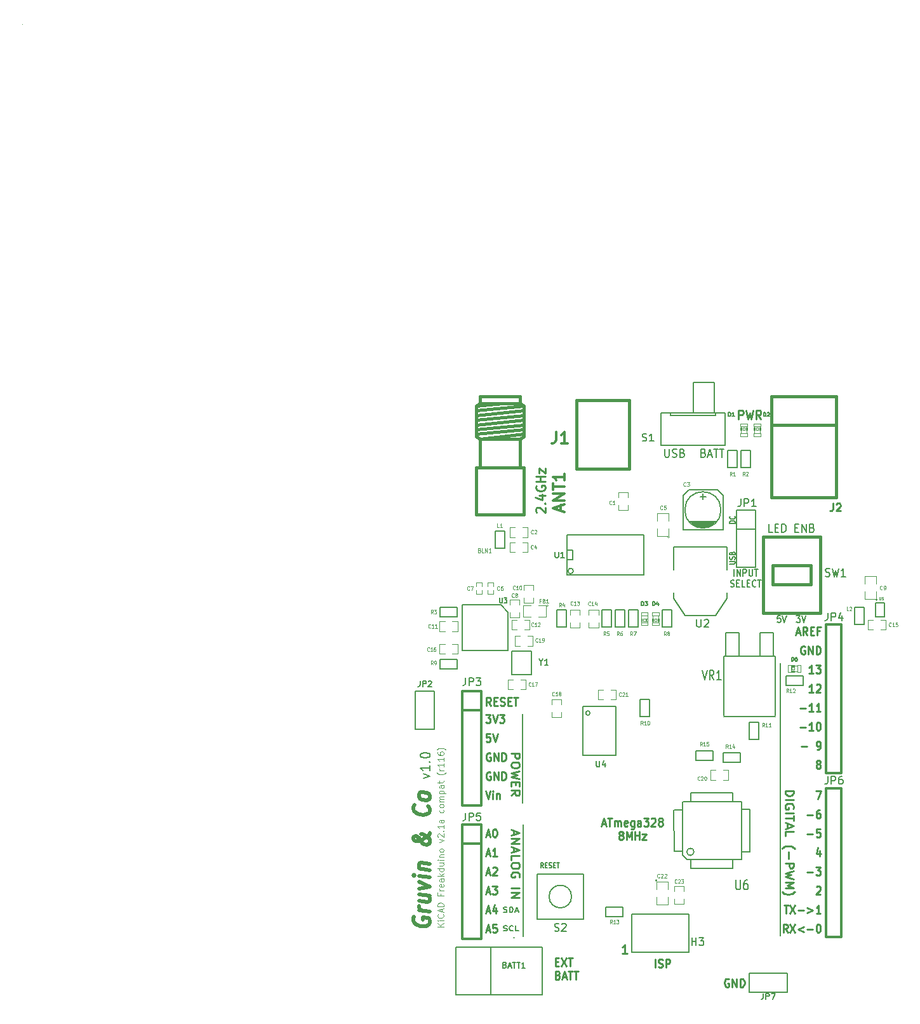
<source format=gto>
G04 (created by PCBNEW (2013-07-07 BZR 4022)-stable) date Mon 12 Aug 2013 08:50:28 PM NZST*
%MOIN*%
G04 Gerber Fmt 3.4, Leading zero omitted, Abs format*
%FSLAX34Y34*%
G01*
G70*
G90*
G04 APERTURE LIST*
%ADD10C,0.00590551*%
%ADD11C,0.0108268*%
%ADD12C,0.00787402*%
%ADD13C,0.00984252*%
%ADD14C,0.00511811*%
%ADD15C,0.00393701*%
%ADD16C,0.019685*%
%ADD17C,0.015*%
%ADD18C,0.006*%
%ADD19C,0.008*%
%ADD20C,0.0039*%
%ADD21C,0.0047*%
%ADD22C,0.005*%
%ADD23C,0.0028*%
%ADD24C,0.012*%
%ADD25C,0.0026*%
%ADD26C,0.004*%
%ADD27C,2.75591e-07*%
%ADD28C,0.0043*%
%ADD29C,0.0045*%
%ADD30C,0.01*%
%ADD31C,0.00295276*%
%ADD32C,0.0059*%
G04 APERTURE END LIST*
G54D10*
G54D11*
X31777Y-48773D02*
X31529Y-48773D01*
X31653Y-48773D02*
X31653Y-48301D01*
X31612Y-48368D01*
X31571Y-48413D01*
X31529Y-48436D01*
G54D12*
X21086Y-39572D02*
X21427Y-39460D01*
X21086Y-39347D01*
X21427Y-38920D02*
X21427Y-39190D01*
X21427Y-39055D02*
X20915Y-39055D01*
X20988Y-39100D01*
X21037Y-39145D01*
X21062Y-39190D01*
X21378Y-38717D02*
X21403Y-38695D01*
X21427Y-38717D01*
X21403Y-38740D01*
X21378Y-38717D01*
X21427Y-38717D01*
X20915Y-38402D02*
X20915Y-38357D01*
X20940Y-38312D01*
X20964Y-38290D01*
X21013Y-38267D01*
X21110Y-38245D01*
X21232Y-38245D01*
X21330Y-38267D01*
X21378Y-38290D01*
X21403Y-38312D01*
X21427Y-38357D01*
X21427Y-38402D01*
X21403Y-38447D01*
X21378Y-38470D01*
X21330Y-38492D01*
X21232Y-38515D01*
X21110Y-38515D01*
X21013Y-38492D01*
X20964Y-38470D01*
X20940Y-38447D01*
X20915Y-38402D01*
G54D13*
X30453Y-41980D02*
X30641Y-41980D01*
X30416Y-42104D02*
X30547Y-41671D01*
X30678Y-42104D01*
X30753Y-41671D02*
X30978Y-41671D01*
X30866Y-42104D02*
X30866Y-41671D01*
X31109Y-42104D02*
X31109Y-41815D01*
X31109Y-41856D02*
X31128Y-41836D01*
X31166Y-41815D01*
X31222Y-41815D01*
X31259Y-41836D01*
X31278Y-41877D01*
X31278Y-42104D01*
X31278Y-41877D02*
X31297Y-41836D01*
X31334Y-41815D01*
X31391Y-41815D01*
X31428Y-41836D01*
X31447Y-41877D01*
X31447Y-42104D01*
X31784Y-42083D02*
X31747Y-42104D01*
X31672Y-42104D01*
X31634Y-42083D01*
X31616Y-42042D01*
X31616Y-41877D01*
X31634Y-41836D01*
X31672Y-41815D01*
X31747Y-41815D01*
X31784Y-41836D01*
X31803Y-41877D01*
X31803Y-41918D01*
X31616Y-41960D01*
X32140Y-41815D02*
X32140Y-42166D01*
X32122Y-42207D01*
X32103Y-42228D01*
X32065Y-42248D01*
X32009Y-42248D01*
X31972Y-42228D01*
X32140Y-42083D02*
X32103Y-42104D01*
X32028Y-42104D01*
X31991Y-42083D01*
X31972Y-42063D01*
X31953Y-42021D01*
X31953Y-41898D01*
X31972Y-41856D01*
X31991Y-41836D01*
X32028Y-41815D01*
X32103Y-41815D01*
X32140Y-41836D01*
X32497Y-42104D02*
X32497Y-41877D01*
X32478Y-41836D01*
X32440Y-41815D01*
X32365Y-41815D01*
X32328Y-41836D01*
X32497Y-42083D02*
X32459Y-42104D01*
X32365Y-42104D01*
X32328Y-42083D01*
X32309Y-42042D01*
X32309Y-42001D01*
X32328Y-41960D01*
X32365Y-41939D01*
X32459Y-41939D01*
X32497Y-41918D01*
X32647Y-41671D02*
X32890Y-41671D01*
X32759Y-41836D01*
X32815Y-41836D01*
X32853Y-41856D01*
X32872Y-41877D01*
X32890Y-41918D01*
X32890Y-42021D01*
X32872Y-42063D01*
X32853Y-42083D01*
X32815Y-42104D01*
X32703Y-42104D01*
X32665Y-42083D01*
X32647Y-42063D01*
X33040Y-41712D02*
X33059Y-41691D01*
X33097Y-41671D01*
X33190Y-41671D01*
X33228Y-41691D01*
X33247Y-41712D01*
X33265Y-41753D01*
X33265Y-41795D01*
X33247Y-41856D01*
X33022Y-42104D01*
X33265Y-42104D01*
X33490Y-41856D02*
X33453Y-41836D01*
X33434Y-41815D01*
X33415Y-41774D01*
X33415Y-41753D01*
X33434Y-41712D01*
X33453Y-41691D01*
X33490Y-41671D01*
X33565Y-41671D01*
X33603Y-41691D01*
X33622Y-41712D01*
X33640Y-41753D01*
X33640Y-41774D01*
X33622Y-41815D01*
X33603Y-41836D01*
X33565Y-41856D01*
X33490Y-41856D01*
X33453Y-41877D01*
X33434Y-41898D01*
X33415Y-41939D01*
X33415Y-42021D01*
X33434Y-42063D01*
X33453Y-42083D01*
X33490Y-42104D01*
X33565Y-42104D01*
X33603Y-42083D01*
X33622Y-42063D01*
X33640Y-42021D01*
X33640Y-41939D01*
X33622Y-41898D01*
X33603Y-41877D01*
X33565Y-41856D01*
X31419Y-42561D02*
X31381Y-42541D01*
X31362Y-42520D01*
X31344Y-42479D01*
X31344Y-42458D01*
X31362Y-42417D01*
X31381Y-42396D01*
X31419Y-42376D01*
X31494Y-42376D01*
X31531Y-42396D01*
X31550Y-42417D01*
X31569Y-42458D01*
X31569Y-42479D01*
X31550Y-42520D01*
X31531Y-42541D01*
X31494Y-42561D01*
X31419Y-42561D01*
X31381Y-42582D01*
X31362Y-42602D01*
X31344Y-42644D01*
X31344Y-42726D01*
X31362Y-42767D01*
X31381Y-42788D01*
X31419Y-42809D01*
X31494Y-42809D01*
X31531Y-42788D01*
X31550Y-42767D01*
X31569Y-42726D01*
X31569Y-42644D01*
X31550Y-42602D01*
X31531Y-42582D01*
X31494Y-42561D01*
X31737Y-42809D02*
X31737Y-42376D01*
X31869Y-42685D01*
X32000Y-42376D01*
X32000Y-42809D01*
X32187Y-42809D02*
X32187Y-42376D01*
X32187Y-42582D02*
X32412Y-42582D01*
X32412Y-42809D02*
X32412Y-42376D01*
X32562Y-42520D02*
X32769Y-42520D01*
X32562Y-42809D01*
X32769Y-42809D01*
G54D11*
X37622Y-20741D02*
X37622Y-20268D01*
X37787Y-20268D01*
X37828Y-20291D01*
X37849Y-20313D01*
X37870Y-20358D01*
X37870Y-20426D01*
X37849Y-20471D01*
X37828Y-20493D01*
X37787Y-20516D01*
X37622Y-20516D01*
X38014Y-20268D02*
X38117Y-20741D01*
X38200Y-20403D01*
X38282Y-20741D01*
X38385Y-20268D01*
X38798Y-20741D02*
X38653Y-20516D01*
X38550Y-20741D02*
X38550Y-20268D01*
X38715Y-20268D01*
X38756Y-20291D01*
X38777Y-20313D01*
X38798Y-20358D01*
X38798Y-20426D01*
X38777Y-20471D01*
X38756Y-20493D01*
X38715Y-20516D01*
X38550Y-20516D01*
G54D12*
X26299Y-40866D02*
X26299Y-36220D01*
G54D13*
X25690Y-38278D02*
X26123Y-38278D01*
X26123Y-38458D01*
X26103Y-38503D01*
X26082Y-38526D01*
X26041Y-38548D01*
X25979Y-38548D01*
X25938Y-38526D01*
X25917Y-38503D01*
X25897Y-38458D01*
X25897Y-38278D01*
X26123Y-38841D02*
X26123Y-38931D01*
X26103Y-38976D01*
X26062Y-39021D01*
X25979Y-39043D01*
X25835Y-39043D01*
X25752Y-39021D01*
X25711Y-38976D01*
X25690Y-38931D01*
X25690Y-38841D01*
X25711Y-38796D01*
X25752Y-38751D01*
X25835Y-38728D01*
X25979Y-38728D01*
X26062Y-38751D01*
X26103Y-38796D01*
X26123Y-38841D01*
X26123Y-39201D02*
X25690Y-39313D01*
X26000Y-39403D01*
X25690Y-39493D01*
X26123Y-39606D01*
X25917Y-39786D02*
X25917Y-39943D01*
X25690Y-40011D02*
X25690Y-39786D01*
X26123Y-39786D01*
X26123Y-40011D01*
X25690Y-40483D02*
X25897Y-40326D01*
X25690Y-40213D02*
X26123Y-40213D01*
X26123Y-40393D01*
X26103Y-40438D01*
X26082Y-40461D01*
X26041Y-40483D01*
X25979Y-40483D01*
X25938Y-40461D01*
X25917Y-40438D01*
X25897Y-40393D01*
X25897Y-40213D01*
G54D10*
X25294Y-47578D02*
X25339Y-47591D01*
X25414Y-47591D01*
X25444Y-47578D01*
X25459Y-47565D01*
X25474Y-47539D01*
X25474Y-47513D01*
X25459Y-47486D01*
X25444Y-47473D01*
X25414Y-47460D01*
X25354Y-47447D01*
X25324Y-47434D01*
X25309Y-47421D01*
X25294Y-47395D01*
X25294Y-47368D01*
X25309Y-47342D01*
X25324Y-47329D01*
X25354Y-47316D01*
X25429Y-47316D01*
X25474Y-47329D01*
X25789Y-47565D02*
X25774Y-47578D01*
X25729Y-47591D01*
X25699Y-47591D01*
X25654Y-47578D01*
X25624Y-47552D01*
X25609Y-47526D01*
X25594Y-47473D01*
X25594Y-47434D01*
X25609Y-47381D01*
X25624Y-47355D01*
X25654Y-47329D01*
X25699Y-47316D01*
X25729Y-47316D01*
X25774Y-47329D01*
X25789Y-47342D01*
X26074Y-47591D02*
X25924Y-47591D01*
X25924Y-47316D01*
X25286Y-46594D02*
X25331Y-46607D01*
X25406Y-46607D01*
X25436Y-46594D01*
X25451Y-46581D01*
X25466Y-46555D01*
X25466Y-46528D01*
X25451Y-46502D01*
X25436Y-46489D01*
X25406Y-46476D01*
X25346Y-46463D01*
X25316Y-46450D01*
X25301Y-46437D01*
X25286Y-46410D01*
X25286Y-46384D01*
X25301Y-46358D01*
X25316Y-46345D01*
X25346Y-46332D01*
X25421Y-46332D01*
X25466Y-46345D01*
X25601Y-46607D02*
X25601Y-46332D01*
X25676Y-46332D01*
X25721Y-46345D01*
X25751Y-46371D01*
X25766Y-46397D01*
X25781Y-46450D01*
X25781Y-46489D01*
X25766Y-46541D01*
X25751Y-46568D01*
X25721Y-46594D01*
X25676Y-46607D01*
X25601Y-46607D01*
X25901Y-46528D02*
X26051Y-46528D01*
X25871Y-46607D02*
X25976Y-46332D01*
X26081Y-46607D01*
G54D12*
X39800Y-33550D02*
X39800Y-47850D01*
X25800Y-47950D02*
X25850Y-47950D01*
X26311Y-42021D02*
X26311Y-47871D01*
G54D13*
X40074Y-40227D02*
X40507Y-40227D01*
X40507Y-40340D01*
X40487Y-40407D01*
X40445Y-40452D01*
X40404Y-40475D01*
X40322Y-40497D01*
X40260Y-40497D01*
X40177Y-40475D01*
X40136Y-40452D01*
X40095Y-40407D01*
X40074Y-40340D01*
X40074Y-40227D01*
X40074Y-40700D02*
X40507Y-40700D01*
X40487Y-41172D02*
X40507Y-41127D01*
X40507Y-41060D01*
X40487Y-40992D01*
X40445Y-40947D01*
X40404Y-40925D01*
X40322Y-40902D01*
X40260Y-40902D01*
X40177Y-40925D01*
X40136Y-40947D01*
X40095Y-40992D01*
X40074Y-41060D01*
X40074Y-41105D01*
X40095Y-41172D01*
X40115Y-41195D01*
X40260Y-41195D01*
X40260Y-41105D01*
X40074Y-41397D02*
X40507Y-41397D01*
X40507Y-41555D02*
X40507Y-41825D01*
X40074Y-41690D02*
X40507Y-41690D01*
X40198Y-41960D02*
X40198Y-42185D01*
X40074Y-41915D02*
X40507Y-42072D01*
X40074Y-42230D01*
X40074Y-42612D02*
X40074Y-42387D01*
X40507Y-42387D01*
X39909Y-43264D02*
X39930Y-43242D01*
X39992Y-43197D01*
X40033Y-43174D01*
X40095Y-43152D01*
X40198Y-43129D01*
X40280Y-43129D01*
X40384Y-43152D01*
X40445Y-43174D01*
X40487Y-43197D01*
X40549Y-43242D01*
X40569Y-43264D01*
X40239Y-43444D02*
X40239Y-43804D01*
X40074Y-44029D02*
X40507Y-44029D01*
X40507Y-44209D01*
X40487Y-44254D01*
X40466Y-44277D01*
X40425Y-44299D01*
X40363Y-44299D01*
X40322Y-44277D01*
X40301Y-44254D01*
X40280Y-44209D01*
X40280Y-44029D01*
X40507Y-44457D02*
X40074Y-44569D01*
X40384Y-44659D01*
X40074Y-44749D01*
X40507Y-44862D01*
X40074Y-45042D02*
X40507Y-45042D01*
X40198Y-45199D01*
X40507Y-45357D01*
X40074Y-45357D01*
X39909Y-45537D02*
X39930Y-45559D01*
X39992Y-45604D01*
X40033Y-45627D01*
X40095Y-45649D01*
X40198Y-45672D01*
X40280Y-45672D01*
X40384Y-45649D01*
X40445Y-45627D01*
X40487Y-45604D01*
X40549Y-45559D01*
X40569Y-45537D01*
X27027Y-25635D02*
X27003Y-25613D01*
X26978Y-25568D01*
X26978Y-25455D01*
X27003Y-25410D01*
X27027Y-25388D01*
X27076Y-25365D01*
X27125Y-25365D01*
X27198Y-25388D01*
X27490Y-25658D01*
X27490Y-25365D01*
X27441Y-25163D02*
X27466Y-25140D01*
X27490Y-25163D01*
X27466Y-25185D01*
X27441Y-25163D01*
X27490Y-25163D01*
X27149Y-24735D02*
X27490Y-24735D01*
X26954Y-24848D02*
X27320Y-24960D01*
X27320Y-24668D01*
X27003Y-24240D02*
X26978Y-24285D01*
X26978Y-24353D01*
X27003Y-24420D01*
X27051Y-24465D01*
X27100Y-24488D01*
X27198Y-24510D01*
X27271Y-24510D01*
X27368Y-24488D01*
X27417Y-24465D01*
X27466Y-24420D01*
X27490Y-24353D01*
X27490Y-24308D01*
X27466Y-24240D01*
X27441Y-24218D01*
X27271Y-24218D01*
X27271Y-24308D01*
X27490Y-24015D02*
X26978Y-24015D01*
X27222Y-24015D02*
X27222Y-23745D01*
X27490Y-23745D02*
X26978Y-23745D01*
X27149Y-23565D02*
X27149Y-23318D01*
X27490Y-23565D01*
X27490Y-23318D01*
X28007Y-49200D02*
X28138Y-49200D01*
X28194Y-49427D02*
X28007Y-49427D01*
X28007Y-48994D01*
X28194Y-48994D01*
X28325Y-48994D02*
X28588Y-49427D01*
X28588Y-48994D02*
X28325Y-49427D01*
X28682Y-48994D02*
X28907Y-48994D01*
X28794Y-49427D02*
X28794Y-48994D01*
X28138Y-49905D02*
X28194Y-49925D01*
X28213Y-49946D01*
X28232Y-49987D01*
X28232Y-50049D01*
X28213Y-50090D01*
X28194Y-50111D01*
X28157Y-50131D01*
X28007Y-50131D01*
X28007Y-49698D01*
X28138Y-49698D01*
X28175Y-49719D01*
X28194Y-49740D01*
X28213Y-49781D01*
X28213Y-49822D01*
X28194Y-49863D01*
X28175Y-49884D01*
X28138Y-49905D01*
X28007Y-49905D01*
X28382Y-50008D02*
X28569Y-50008D01*
X28344Y-50131D02*
X28475Y-49698D01*
X28607Y-50131D01*
X28682Y-49698D02*
X28907Y-49698D01*
X28794Y-50131D02*
X28794Y-49698D01*
X28982Y-49698D02*
X29206Y-49698D01*
X29094Y-50131D02*
X29094Y-49698D01*
G54D12*
X39409Y-26671D02*
X39221Y-26671D01*
X39221Y-26238D01*
X39540Y-26444D02*
X39671Y-26444D01*
X39728Y-26671D02*
X39540Y-26671D01*
X39540Y-26238D01*
X39728Y-26238D01*
X39896Y-26671D02*
X39896Y-26238D01*
X39990Y-26238D01*
X40046Y-26258D01*
X40084Y-26300D01*
X40103Y-26341D01*
X40121Y-26423D01*
X40121Y-26485D01*
X40103Y-26568D01*
X40084Y-26609D01*
X40046Y-26650D01*
X39990Y-26671D01*
X39896Y-26671D01*
X40590Y-26444D02*
X40721Y-26444D01*
X40778Y-26671D02*
X40590Y-26671D01*
X40590Y-26238D01*
X40778Y-26238D01*
X40946Y-26671D02*
X40946Y-26238D01*
X41171Y-26671D01*
X41171Y-26238D01*
X41490Y-26444D02*
X41546Y-26465D01*
X41565Y-26485D01*
X41584Y-26526D01*
X41584Y-26588D01*
X41565Y-26630D01*
X41546Y-26650D01*
X41509Y-26671D01*
X41359Y-26671D01*
X41359Y-26238D01*
X41490Y-26238D01*
X41527Y-26258D01*
X41546Y-26279D01*
X41565Y-26320D01*
X41565Y-26362D01*
X41546Y-26403D01*
X41527Y-26423D01*
X41490Y-26444D01*
X41359Y-26444D01*
X35779Y-22507D02*
X35836Y-22528D01*
X35854Y-22548D01*
X35873Y-22589D01*
X35873Y-22651D01*
X35854Y-22693D01*
X35836Y-22713D01*
X35798Y-22734D01*
X35648Y-22734D01*
X35648Y-22301D01*
X35779Y-22301D01*
X35817Y-22321D01*
X35836Y-22342D01*
X35854Y-22383D01*
X35854Y-22425D01*
X35836Y-22466D01*
X35817Y-22486D01*
X35779Y-22507D01*
X35648Y-22507D01*
X36023Y-22610D02*
X36211Y-22610D01*
X35986Y-22734D02*
X36117Y-22301D01*
X36248Y-22734D01*
X36323Y-22301D02*
X36548Y-22301D01*
X36436Y-22734D02*
X36436Y-22301D01*
X36623Y-22301D02*
X36848Y-22301D01*
X36736Y-22734D02*
X36736Y-22301D01*
X33755Y-22301D02*
X33755Y-22651D01*
X33773Y-22693D01*
X33792Y-22713D01*
X33830Y-22734D01*
X33905Y-22734D01*
X33942Y-22713D01*
X33961Y-22693D01*
X33980Y-22651D01*
X33980Y-22301D01*
X34148Y-22713D02*
X34205Y-22734D01*
X34298Y-22734D01*
X34336Y-22713D01*
X34355Y-22693D01*
X34373Y-22651D01*
X34373Y-22610D01*
X34355Y-22569D01*
X34336Y-22548D01*
X34298Y-22528D01*
X34223Y-22507D01*
X34186Y-22486D01*
X34167Y-22466D01*
X34148Y-22425D01*
X34148Y-22383D01*
X34167Y-22342D01*
X34186Y-22321D01*
X34223Y-22301D01*
X34317Y-22301D01*
X34373Y-22321D01*
X34673Y-22507D02*
X34730Y-22528D01*
X34748Y-22548D01*
X34767Y-22589D01*
X34767Y-22651D01*
X34748Y-22693D01*
X34730Y-22713D01*
X34692Y-22734D01*
X34542Y-22734D01*
X34542Y-22301D01*
X34673Y-22301D01*
X34711Y-22321D01*
X34730Y-22342D01*
X34748Y-22383D01*
X34748Y-22425D01*
X34730Y-22466D01*
X34711Y-22486D01*
X34673Y-22507D01*
X34542Y-22507D01*
G54D13*
X37110Y-50117D02*
X37073Y-50096D01*
X37017Y-50096D01*
X36961Y-50117D01*
X36923Y-50158D01*
X36904Y-50199D01*
X36886Y-50282D01*
X36886Y-50344D01*
X36904Y-50426D01*
X36923Y-50467D01*
X36961Y-50508D01*
X37017Y-50529D01*
X37054Y-50529D01*
X37110Y-50508D01*
X37129Y-50488D01*
X37129Y-50344D01*
X37054Y-50344D01*
X37298Y-50529D02*
X37298Y-50096D01*
X37523Y-50529D01*
X37523Y-50096D01*
X37710Y-50529D02*
X37710Y-50096D01*
X37804Y-50096D01*
X37860Y-50117D01*
X37898Y-50158D01*
X37917Y-50199D01*
X37935Y-50282D01*
X37935Y-50344D01*
X37917Y-50426D01*
X37898Y-50467D01*
X37860Y-50508D01*
X37804Y-50529D01*
X37710Y-50529D01*
X33243Y-49505D02*
X33243Y-49072D01*
X33412Y-49485D02*
X33468Y-49505D01*
X33562Y-49505D01*
X33599Y-49485D01*
X33618Y-49464D01*
X33637Y-49423D01*
X33637Y-49382D01*
X33618Y-49341D01*
X33599Y-49320D01*
X33562Y-49299D01*
X33487Y-49279D01*
X33449Y-49258D01*
X33430Y-49237D01*
X33412Y-49196D01*
X33412Y-49155D01*
X33430Y-49114D01*
X33449Y-49093D01*
X33487Y-49072D01*
X33580Y-49072D01*
X33637Y-49093D01*
X33805Y-49505D02*
X33805Y-49072D01*
X33955Y-49072D01*
X33993Y-49093D01*
X34011Y-49114D01*
X34030Y-49155D01*
X34030Y-49217D01*
X34011Y-49258D01*
X33993Y-49279D01*
X33955Y-49299D01*
X33805Y-49299D01*
G54D14*
X27373Y-44284D02*
X27294Y-44153D01*
X27238Y-44284D02*
X27238Y-44009D01*
X27328Y-44009D01*
X27350Y-44022D01*
X27362Y-44035D01*
X27373Y-44061D01*
X27373Y-44101D01*
X27362Y-44127D01*
X27350Y-44140D01*
X27328Y-44153D01*
X27238Y-44153D01*
X27474Y-44140D02*
X27553Y-44140D01*
X27587Y-44284D02*
X27474Y-44284D01*
X27474Y-44009D01*
X27587Y-44009D01*
X27677Y-44271D02*
X27710Y-44284D01*
X27767Y-44284D01*
X27789Y-44271D01*
X27800Y-44258D01*
X27812Y-44232D01*
X27812Y-44206D01*
X27800Y-44179D01*
X27789Y-44166D01*
X27767Y-44153D01*
X27722Y-44140D01*
X27699Y-44127D01*
X27688Y-44114D01*
X27677Y-44087D01*
X27677Y-44061D01*
X27688Y-44035D01*
X27699Y-44022D01*
X27722Y-44009D01*
X27778Y-44009D01*
X27812Y-44022D01*
X27913Y-44140D02*
X27992Y-44140D01*
X28025Y-44284D02*
X27913Y-44284D01*
X27913Y-44009D01*
X28025Y-44009D01*
X28093Y-44009D02*
X28228Y-44009D01*
X28160Y-44284D02*
X28160Y-44009D01*
G54D15*
X22135Y-47365D02*
X21820Y-47365D01*
X22135Y-47182D02*
X21955Y-47319D01*
X21820Y-47182D02*
X22000Y-47365D01*
X22135Y-47046D02*
X21925Y-47046D01*
X21820Y-47046D02*
X21835Y-47061D01*
X21850Y-47046D01*
X21835Y-47030D01*
X21820Y-47046D01*
X21850Y-47046D01*
X22105Y-46712D02*
X22120Y-46727D01*
X22135Y-46772D01*
X22135Y-46803D01*
X22120Y-46848D01*
X22090Y-46879D01*
X22060Y-46894D01*
X22000Y-46909D01*
X21955Y-46909D01*
X21895Y-46894D01*
X21865Y-46879D01*
X21835Y-46848D01*
X21820Y-46803D01*
X21820Y-46772D01*
X21835Y-46727D01*
X21850Y-46712D01*
X22045Y-46590D02*
X22045Y-46438D01*
X22135Y-46620D02*
X21820Y-46514D01*
X22135Y-46408D01*
X22135Y-46302D02*
X21820Y-46302D01*
X21820Y-46226D01*
X21835Y-46180D01*
X21865Y-46150D01*
X21895Y-46134D01*
X21955Y-46119D01*
X22000Y-46119D01*
X22060Y-46134D01*
X22090Y-46150D01*
X22120Y-46180D01*
X22135Y-46226D01*
X22135Y-46302D01*
X21970Y-45633D02*
X21970Y-45740D01*
X22135Y-45740D02*
X21820Y-45740D01*
X21820Y-45588D01*
X22135Y-45466D02*
X21925Y-45466D01*
X21985Y-45466D02*
X21955Y-45451D01*
X21940Y-45436D01*
X21925Y-45406D01*
X21925Y-45375D01*
X22120Y-45147D02*
X22135Y-45178D01*
X22135Y-45239D01*
X22120Y-45269D01*
X22090Y-45284D01*
X21970Y-45284D01*
X21940Y-45269D01*
X21925Y-45239D01*
X21925Y-45178D01*
X21940Y-45147D01*
X21970Y-45132D01*
X22000Y-45132D01*
X22030Y-45284D01*
X22135Y-44859D02*
X21970Y-44859D01*
X21940Y-44874D01*
X21925Y-44904D01*
X21925Y-44965D01*
X21940Y-44996D01*
X22120Y-44859D02*
X22135Y-44889D01*
X22135Y-44965D01*
X22120Y-44996D01*
X22090Y-45011D01*
X22060Y-45011D01*
X22030Y-44996D01*
X22015Y-44965D01*
X22015Y-44889D01*
X22000Y-44859D01*
X22135Y-44707D02*
X21820Y-44707D01*
X22015Y-44677D02*
X22135Y-44586D01*
X21925Y-44586D02*
X22045Y-44707D01*
X22135Y-44312D02*
X21820Y-44312D01*
X22120Y-44312D02*
X22135Y-44343D01*
X22135Y-44403D01*
X22120Y-44434D01*
X22105Y-44449D01*
X22075Y-44464D01*
X21985Y-44464D01*
X21955Y-44449D01*
X21940Y-44434D01*
X21925Y-44403D01*
X21925Y-44343D01*
X21940Y-44312D01*
X21925Y-44024D02*
X22135Y-44024D01*
X21925Y-44160D02*
X22090Y-44160D01*
X22120Y-44145D01*
X22135Y-44115D01*
X22135Y-44069D01*
X22120Y-44039D01*
X22105Y-44024D01*
X22135Y-43872D02*
X21925Y-43872D01*
X21820Y-43872D02*
X21835Y-43887D01*
X21850Y-43872D01*
X21835Y-43857D01*
X21820Y-43872D01*
X21850Y-43872D01*
X21925Y-43720D02*
X22135Y-43720D01*
X21955Y-43720D02*
X21940Y-43705D01*
X21925Y-43674D01*
X21925Y-43629D01*
X21940Y-43598D01*
X21970Y-43583D01*
X22135Y-43583D01*
X22135Y-43386D02*
X22120Y-43416D01*
X22105Y-43431D01*
X22075Y-43447D01*
X21985Y-43447D01*
X21955Y-43431D01*
X21940Y-43416D01*
X21925Y-43386D01*
X21925Y-43340D01*
X21940Y-43310D01*
X21955Y-43295D01*
X21985Y-43280D01*
X22075Y-43280D01*
X22105Y-43295D01*
X22120Y-43310D01*
X22135Y-43340D01*
X22135Y-43386D01*
X21925Y-42930D02*
X22135Y-42854D01*
X21925Y-42778D01*
X21850Y-42672D02*
X21835Y-42657D01*
X21820Y-42627D01*
X21820Y-42551D01*
X21835Y-42520D01*
X21850Y-42505D01*
X21880Y-42490D01*
X21910Y-42490D01*
X21955Y-42505D01*
X22135Y-42687D01*
X22135Y-42490D01*
X22105Y-42353D02*
X22120Y-42338D01*
X22135Y-42353D01*
X22120Y-42368D01*
X22105Y-42353D01*
X22135Y-42353D01*
X22135Y-42034D02*
X22135Y-42217D01*
X22135Y-42125D02*
X21820Y-42125D01*
X21865Y-42156D01*
X21895Y-42186D01*
X21910Y-42217D01*
X22135Y-41761D02*
X21970Y-41761D01*
X21940Y-41776D01*
X21925Y-41807D01*
X21925Y-41867D01*
X21940Y-41898D01*
X22120Y-41761D02*
X22135Y-41791D01*
X22135Y-41867D01*
X22120Y-41898D01*
X22090Y-41913D01*
X22060Y-41913D01*
X22030Y-41898D01*
X22015Y-41867D01*
X22015Y-41791D01*
X22000Y-41761D01*
X22120Y-41230D02*
X22135Y-41260D01*
X22135Y-41321D01*
X22120Y-41351D01*
X22105Y-41366D01*
X22075Y-41381D01*
X21985Y-41381D01*
X21955Y-41366D01*
X21940Y-41351D01*
X21925Y-41321D01*
X21925Y-41260D01*
X21940Y-41230D01*
X22135Y-41047D02*
X22120Y-41078D01*
X22105Y-41093D01*
X22075Y-41108D01*
X21985Y-41108D01*
X21955Y-41093D01*
X21940Y-41078D01*
X21925Y-41047D01*
X21925Y-41002D01*
X21940Y-40971D01*
X21955Y-40956D01*
X21985Y-40941D01*
X22075Y-40941D01*
X22105Y-40956D01*
X22120Y-40971D01*
X22135Y-41002D01*
X22135Y-41047D01*
X22135Y-40804D02*
X21925Y-40804D01*
X21955Y-40804D02*
X21940Y-40789D01*
X21925Y-40759D01*
X21925Y-40713D01*
X21940Y-40683D01*
X21970Y-40668D01*
X22135Y-40668D01*
X21970Y-40668D02*
X21940Y-40652D01*
X21925Y-40622D01*
X21925Y-40577D01*
X21940Y-40546D01*
X21970Y-40531D01*
X22135Y-40531D01*
X21925Y-40379D02*
X22240Y-40379D01*
X21940Y-40379D02*
X21925Y-40349D01*
X21925Y-40288D01*
X21940Y-40258D01*
X21955Y-40242D01*
X21985Y-40227D01*
X22075Y-40227D01*
X22105Y-40242D01*
X22120Y-40258D01*
X22135Y-40288D01*
X22135Y-40349D01*
X22120Y-40379D01*
X22135Y-39954D02*
X21970Y-39954D01*
X21940Y-39969D01*
X21925Y-39999D01*
X21925Y-40060D01*
X21940Y-40091D01*
X22120Y-39954D02*
X22135Y-39984D01*
X22135Y-40060D01*
X22120Y-40091D01*
X22090Y-40106D01*
X22060Y-40106D01*
X22030Y-40091D01*
X22015Y-40060D01*
X22015Y-39984D01*
X22000Y-39954D01*
X21925Y-39848D02*
X21925Y-39726D01*
X21820Y-39802D02*
X22090Y-39802D01*
X22120Y-39787D01*
X22135Y-39757D01*
X22135Y-39726D01*
X22255Y-39286D02*
X22240Y-39301D01*
X22195Y-39331D01*
X22165Y-39347D01*
X22120Y-39362D01*
X22045Y-39377D01*
X21985Y-39377D01*
X21910Y-39362D01*
X21865Y-39347D01*
X21835Y-39331D01*
X21790Y-39301D01*
X21775Y-39286D01*
X22135Y-39164D02*
X21925Y-39164D01*
X21985Y-39164D02*
X21955Y-39149D01*
X21940Y-39134D01*
X21925Y-39104D01*
X21925Y-39073D01*
X22135Y-38800D02*
X22135Y-38982D01*
X22135Y-38891D02*
X21820Y-38891D01*
X21865Y-38921D01*
X21895Y-38952D01*
X21910Y-38982D01*
X22135Y-38496D02*
X22135Y-38678D01*
X22135Y-38587D02*
X21820Y-38587D01*
X21865Y-38618D01*
X21895Y-38648D01*
X21910Y-38678D01*
X21820Y-38223D02*
X21820Y-38284D01*
X21835Y-38314D01*
X21850Y-38329D01*
X21895Y-38359D01*
X21955Y-38375D01*
X22075Y-38375D01*
X22105Y-38359D01*
X22120Y-38344D01*
X22135Y-38314D01*
X22135Y-38253D01*
X22120Y-38223D01*
X22105Y-38208D01*
X22075Y-38192D01*
X22000Y-38192D01*
X21970Y-38208D01*
X21955Y-38223D01*
X21940Y-38253D01*
X21940Y-38314D01*
X21955Y-38344D01*
X21970Y-38359D01*
X22000Y-38375D01*
X22255Y-38086D02*
X22240Y-38071D01*
X22195Y-38041D01*
X22165Y-38025D01*
X22120Y-38010D01*
X22045Y-37995D01*
X21985Y-37995D01*
X21910Y-38010D01*
X21865Y-38025D01*
X21835Y-38041D01*
X21790Y-38071D01*
X21775Y-38086D01*
G54D16*
X20588Y-46845D02*
X20547Y-46915D01*
X20547Y-47028D01*
X20588Y-47145D01*
X20671Y-47230D01*
X20753Y-47278D01*
X20918Y-47336D01*
X21042Y-47352D01*
X21207Y-47335D01*
X21289Y-47308D01*
X21372Y-47243D01*
X21413Y-47136D01*
X21413Y-47061D01*
X21372Y-46943D01*
X21331Y-46901D01*
X21042Y-46864D01*
X21042Y-47014D01*
X21413Y-46573D02*
X20836Y-46501D01*
X21001Y-46522D02*
X20918Y-46474D01*
X20877Y-46431D01*
X20836Y-46351D01*
X20836Y-46276D01*
X20836Y-45676D02*
X21413Y-45748D01*
X20836Y-46014D02*
X21289Y-46070D01*
X21372Y-46043D01*
X21413Y-45973D01*
X21413Y-45861D01*
X21372Y-45781D01*
X21331Y-45738D01*
X20836Y-45376D02*
X21413Y-45261D01*
X20836Y-45001D01*
X21413Y-44774D02*
X20836Y-44701D01*
X20547Y-44665D02*
X20588Y-44708D01*
X20629Y-44676D01*
X20588Y-44633D01*
X20547Y-44665D01*
X20629Y-44676D01*
X20836Y-44326D02*
X21413Y-44399D01*
X20918Y-44337D02*
X20877Y-44294D01*
X20836Y-44214D01*
X20836Y-44101D01*
X20877Y-44032D01*
X20959Y-44004D01*
X21413Y-44061D01*
X21413Y-42449D02*
X21413Y-42486D01*
X21372Y-42556D01*
X21248Y-42653D01*
X21001Y-42810D01*
X20877Y-42869D01*
X20753Y-42891D01*
X20671Y-42881D01*
X20588Y-42833D01*
X20547Y-42753D01*
X20547Y-42716D01*
X20588Y-42646D01*
X20671Y-42619D01*
X20712Y-42624D01*
X20794Y-42672D01*
X20836Y-42714D01*
X21001Y-42960D01*
X21042Y-43002D01*
X21124Y-43050D01*
X21248Y-43066D01*
X21331Y-43038D01*
X21372Y-43006D01*
X21413Y-42936D01*
X21413Y-42824D01*
X21372Y-42744D01*
X21331Y-42701D01*
X21166Y-42568D01*
X21042Y-42515D01*
X20959Y-42505D01*
X21331Y-41051D02*
X21372Y-41094D01*
X21413Y-41212D01*
X21413Y-41287D01*
X21372Y-41394D01*
X21289Y-41459D01*
X21207Y-41486D01*
X21042Y-41503D01*
X20918Y-41487D01*
X20753Y-41429D01*
X20671Y-41381D01*
X20588Y-41296D01*
X20547Y-41178D01*
X20547Y-41103D01*
X20588Y-40996D01*
X20629Y-40964D01*
X21413Y-40612D02*
X21372Y-40681D01*
X21331Y-40714D01*
X21248Y-40741D01*
X21001Y-40710D01*
X20918Y-40662D01*
X20877Y-40620D01*
X20836Y-40539D01*
X20836Y-40427D01*
X20877Y-40357D01*
X20918Y-40325D01*
X21001Y-40298D01*
X21248Y-40329D01*
X21331Y-40376D01*
X21372Y-40419D01*
X21413Y-40499D01*
X21413Y-40612D01*
G54D10*
X37434Y-26203D02*
X37158Y-26203D01*
X37158Y-26147D01*
X37171Y-26113D01*
X37198Y-26091D01*
X37224Y-26079D01*
X37276Y-26068D01*
X37316Y-26068D01*
X37368Y-26079D01*
X37395Y-26091D01*
X37421Y-26113D01*
X37434Y-26147D01*
X37434Y-26203D01*
X37408Y-25832D02*
X37421Y-25843D01*
X37434Y-25877D01*
X37434Y-25899D01*
X37421Y-25933D01*
X37395Y-25956D01*
X37368Y-25967D01*
X37316Y-25978D01*
X37276Y-25978D01*
X37224Y-25967D01*
X37198Y-25956D01*
X37171Y-25933D01*
X37158Y-25899D01*
X37158Y-25877D01*
X37171Y-25843D01*
X37185Y-25832D01*
X37158Y-28329D02*
X37381Y-28329D01*
X37408Y-28318D01*
X37421Y-28307D01*
X37434Y-28284D01*
X37434Y-28239D01*
X37421Y-28217D01*
X37408Y-28205D01*
X37381Y-28194D01*
X37158Y-28194D01*
X37421Y-28093D02*
X37434Y-28059D01*
X37434Y-28003D01*
X37421Y-27980D01*
X37408Y-27969D01*
X37381Y-27958D01*
X37355Y-27958D01*
X37329Y-27969D01*
X37316Y-27980D01*
X37303Y-28003D01*
X37290Y-28048D01*
X37276Y-28070D01*
X37263Y-28082D01*
X37237Y-28093D01*
X37211Y-28093D01*
X37185Y-28082D01*
X37171Y-28070D01*
X37158Y-28048D01*
X37158Y-27992D01*
X37171Y-27958D01*
X37290Y-27778D02*
X37303Y-27744D01*
X37316Y-27733D01*
X37342Y-27722D01*
X37381Y-27722D01*
X37408Y-27733D01*
X37421Y-27744D01*
X37434Y-27767D01*
X37434Y-27857D01*
X37158Y-27857D01*
X37158Y-27778D01*
X37171Y-27755D01*
X37185Y-27744D01*
X37211Y-27733D01*
X37237Y-27733D01*
X37263Y-27744D01*
X37276Y-27755D01*
X37290Y-27778D01*
X37290Y-27857D01*
G54D12*
X37384Y-28962D02*
X37384Y-28607D01*
X37534Y-28962D02*
X37534Y-28607D01*
X37714Y-28962D01*
X37714Y-28607D01*
X37864Y-28962D02*
X37864Y-28607D01*
X37984Y-28607D01*
X38014Y-28624D01*
X38029Y-28641D01*
X38044Y-28675D01*
X38044Y-28726D01*
X38029Y-28759D01*
X38014Y-28776D01*
X37984Y-28793D01*
X37864Y-28793D01*
X38179Y-28607D02*
X38179Y-28894D01*
X38194Y-28928D01*
X38209Y-28945D01*
X38239Y-28962D01*
X38299Y-28962D01*
X38329Y-28945D01*
X38344Y-28928D01*
X38359Y-28894D01*
X38359Y-28607D01*
X38464Y-28607D02*
X38644Y-28607D01*
X38554Y-28962D02*
X38554Y-28607D01*
X37212Y-29520D02*
X37257Y-29537D01*
X37332Y-29537D01*
X37362Y-29520D01*
X37377Y-29503D01*
X37392Y-29469D01*
X37392Y-29435D01*
X37377Y-29402D01*
X37362Y-29385D01*
X37332Y-29368D01*
X37272Y-29351D01*
X37242Y-29334D01*
X37227Y-29317D01*
X37212Y-29284D01*
X37212Y-29250D01*
X37227Y-29216D01*
X37242Y-29199D01*
X37272Y-29182D01*
X37347Y-29182D01*
X37392Y-29199D01*
X37527Y-29351D02*
X37632Y-29351D01*
X37677Y-29537D02*
X37527Y-29537D01*
X37527Y-29182D01*
X37677Y-29182D01*
X37962Y-29537D02*
X37812Y-29537D01*
X37812Y-29182D01*
X38067Y-29351D02*
X38172Y-29351D01*
X38217Y-29537D02*
X38067Y-29537D01*
X38067Y-29182D01*
X38217Y-29182D01*
X38532Y-29503D02*
X38517Y-29520D01*
X38472Y-29537D01*
X38442Y-29537D01*
X38397Y-29520D01*
X38367Y-29486D01*
X38352Y-29452D01*
X38337Y-29385D01*
X38337Y-29334D01*
X38352Y-29267D01*
X38367Y-29233D01*
X38397Y-29199D01*
X38442Y-29182D01*
X38472Y-29182D01*
X38517Y-29199D01*
X38532Y-29216D01*
X38622Y-29182D02*
X38802Y-29182D01*
X38712Y-29537D02*
X38712Y-29182D01*
G54D10*
X40665Y-31048D02*
X40860Y-31048D01*
X40755Y-31183D01*
X40800Y-31183D01*
X40830Y-31200D01*
X40845Y-31217D01*
X40860Y-31251D01*
X40860Y-31335D01*
X40845Y-31369D01*
X40830Y-31386D01*
X40800Y-31403D01*
X40710Y-31403D01*
X40680Y-31386D01*
X40665Y-31369D01*
X40950Y-31048D02*
X41055Y-31403D01*
X41160Y-31048D01*
X39821Y-31048D02*
X39671Y-31048D01*
X39656Y-31217D01*
X39671Y-31200D01*
X39701Y-31183D01*
X39776Y-31183D01*
X39806Y-31200D01*
X39821Y-31217D01*
X39836Y-31251D01*
X39836Y-31335D01*
X39821Y-31369D01*
X39806Y-31386D01*
X39776Y-31403D01*
X39701Y-31403D01*
X39671Y-31386D01*
X39656Y-31369D01*
X39926Y-31048D02*
X40031Y-31403D01*
X40136Y-31048D01*
G54D13*
X24618Y-35775D02*
X24487Y-35569D01*
X24393Y-35775D02*
X24393Y-35342D01*
X24543Y-35342D01*
X24581Y-35362D01*
X24599Y-35383D01*
X24618Y-35424D01*
X24618Y-35486D01*
X24599Y-35527D01*
X24581Y-35548D01*
X24543Y-35569D01*
X24393Y-35569D01*
X24787Y-35548D02*
X24918Y-35548D01*
X24974Y-35775D02*
X24787Y-35775D01*
X24787Y-35342D01*
X24974Y-35342D01*
X25124Y-35754D02*
X25181Y-35775D01*
X25274Y-35775D01*
X25312Y-35754D01*
X25331Y-35734D01*
X25349Y-35692D01*
X25349Y-35651D01*
X25331Y-35610D01*
X25312Y-35589D01*
X25274Y-35569D01*
X25199Y-35548D01*
X25162Y-35527D01*
X25143Y-35507D01*
X25124Y-35465D01*
X25124Y-35424D01*
X25143Y-35383D01*
X25162Y-35362D01*
X25199Y-35342D01*
X25293Y-35342D01*
X25349Y-35362D01*
X25518Y-35548D02*
X25649Y-35548D01*
X25706Y-35775D02*
X25518Y-35775D01*
X25518Y-35342D01*
X25706Y-35342D01*
X25818Y-35342D02*
X26043Y-35342D01*
X25931Y-35775D02*
X25931Y-35342D01*
X24356Y-36242D02*
X24599Y-36242D01*
X24468Y-36407D01*
X24524Y-36407D01*
X24562Y-36427D01*
X24581Y-36448D01*
X24599Y-36489D01*
X24599Y-36592D01*
X24581Y-36634D01*
X24562Y-36654D01*
X24524Y-36675D01*
X24412Y-36675D01*
X24374Y-36654D01*
X24356Y-36634D01*
X24712Y-36242D02*
X24843Y-36675D01*
X24974Y-36242D01*
X25068Y-36242D02*
X25312Y-36242D01*
X25181Y-36407D01*
X25237Y-36407D01*
X25274Y-36427D01*
X25293Y-36448D01*
X25312Y-36489D01*
X25312Y-36592D01*
X25293Y-36634D01*
X25274Y-36654D01*
X25237Y-36675D01*
X25124Y-36675D01*
X25087Y-36654D01*
X25068Y-36634D01*
X24581Y-37242D02*
X24393Y-37242D01*
X24374Y-37448D01*
X24393Y-37427D01*
X24431Y-37407D01*
X24524Y-37407D01*
X24562Y-37427D01*
X24581Y-37448D01*
X24599Y-37489D01*
X24599Y-37592D01*
X24581Y-37634D01*
X24562Y-37654D01*
X24524Y-37675D01*
X24431Y-37675D01*
X24393Y-37654D01*
X24374Y-37634D01*
X24712Y-37242D02*
X24843Y-37675D01*
X24974Y-37242D01*
X24599Y-38262D02*
X24562Y-38242D01*
X24506Y-38242D01*
X24449Y-38262D01*
X24412Y-38304D01*
X24393Y-38345D01*
X24374Y-38427D01*
X24374Y-38489D01*
X24393Y-38572D01*
X24412Y-38613D01*
X24449Y-38654D01*
X24506Y-38675D01*
X24543Y-38675D01*
X24599Y-38654D01*
X24618Y-38634D01*
X24618Y-38489D01*
X24543Y-38489D01*
X24787Y-38675D02*
X24787Y-38242D01*
X25012Y-38675D01*
X25012Y-38242D01*
X25199Y-38675D02*
X25199Y-38242D01*
X25293Y-38242D01*
X25349Y-38262D01*
X25387Y-38304D01*
X25406Y-38345D01*
X25424Y-38427D01*
X25424Y-38489D01*
X25406Y-38572D01*
X25387Y-38613D01*
X25349Y-38654D01*
X25293Y-38675D01*
X25199Y-38675D01*
X24599Y-39262D02*
X24562Y-39242D01*
X24506Y-39242D01*
X24449Y-39262D01*
X24412Y-39304D01*
X24393Y-39345D01*
X24374Y-39427D01*
X24374Y-39489D01*
X24393Y-39572D01*
X24412Y-39613D01*
X24449Y-39654D01*
X24506Y-39675D01*
X24543Y-39675D01*
X24599Y-39654D01*
X24618Y-39634D01*
X24618Y-39489D01*
X24543Y-39489D01*
X24787Y-39675D02*
X24787Y-39242D01*
X25012Y-39675D01*
X25012Y-39242D01*
X25199Y-39675D02*
X25199Y-39242D01*
X25293Y-39242D01*
X25349Y-39262D01*
X25387Y-39304D01*
X25406Y-39345D01*
X25424Y-39427D01*
X25424Y-39489D01*
X25406Y-39572D01*
X25387Y-39613D01*
X25349Y-39654D01*
X25293Y-39675D01*
X25199Y-39675D01*
X24337Y-40242D02*
X24468Y-40675D01*
X24599Y-40242D01*
X24731Y-40675D02*
X24731Y-40386D01*
X24731Y-40242D02*
X24712Y-40262D01*
X24731Y-40283D01*
X24749Y-40262D01*
X24731Y-40242D01*
X24731Y-40283D01*
X24918Y-40386D02*
X24918Y-40675D01*
X24918Y-40427D02*
X24937Y-40407D01*
X24974Y-40386D01*
X25031Y-40386D01*
X25068Y-40407D01*
X25087Y-40448D01*
X25087Y-40675D01*
X25814Y-42317D02*
X25814Y-42542D01*
X25690Y-42272D02*
X26123Y-42429D01*
X25690Y-42587D01*
X25690Y-42744D02*
X26123Y-42744D01*
X25690Y-43014D01*
X26123Y-43014D01*
X25814Y-43217D02*
X25814Y-43442D01*
X25690Y-43172D02*
X26123Y-43329D01*
X25690Y-43487D01*
X25690Y-43869D02*
X25690Y-43644D01*
X26123Y-43644D01*
X26123Y-44116D02*
X26123Y-44206D01*
X26103Y-44251D01*
X26062Y-44296D01*
X25979Y-44319D01*
X25835Y-44319D01*
X25752Y-44296D01*
X25711Y-44251D01*
X25690Y-44206D01*
X25690Y-44116D01*
X25711Y-44071D01*
X25752Y-44026D01*
X25835Y-44004D01*
X25979Y-44004D01*
X26062Y-44026D01*
X26103Y-44071D01*
X26123Y-44116D01*
X26103Y-44769D02*
X26123Y-44724D01*
X26123Y-44656D01*
X26103Y-44589D01*
X26062Y-44544D01*
X26020Y-44521D01*
X25938Y-44499D01*
X25876Y-44499D01*
X25793Y-44521D01*
X25752Y-44544D01*
X25711Y-44589D01*
X25690Y-44656D01*
X25690Y-44701D01*
X25711Y-44769D01*
X25732Y-44791D01*
X25876Y-44791D01*
X25876Y-44701D01*
X25690Y-45354D02*
X26123Y-45354D01*
X25690Y-45579D02*
X26123Y-45579D01*
X25690Y-45849D01*
X26123Y-45849D01*
X24374Y-42551D02*
X24562Y-42551D01*
X24337Y-42675D02*
X24468Y-42242D01*
X24599Y-42675D01*
X24806Y-42242D02*
X24843Y-42242D01*
X24881Y-42262D01*
X24899Y-42283D01*
X24918Y-42324D01*
X24937Y-42407D01*
X24937Y-42510D01*
X24918Y-42592D01*
X24899Y-42634D01*
X24881Y-42654D01*
X24843Y-42675D01*
X24806Y-42675D01*
X24768Y-42654D01*
X24749Y-42634D01*
X24731Y-42592D01*
X24712Y-42510D01*
X24712Y-42407D01*
X24731Y-42324D01*
X24749Y-42283D01*
X24768Y-42262D01*
X24806Y-42242D01*
X24374Y-43551D02*
X24562Y-43551D01*
X24337Y-43675D02*
X24468Y-43242D01*
X24599Y-43675D01*
X24937Y-43675D02*
X24712Y-43675D01*
X24824Y-43675D02*
X24824Y-43242D01*
X24787Y-43304D01*
X24749Y-43345D01*
X24712Y-43365D01*
X24374Y-44551D02*
X24562Y-44551D01*
X24337Y-44675D02*
X24468Y-44242D01*
X24599Y-44675D01*
X24712Y-44283D02*
X24731Y-44262D01*
X24768Y-44242D01*
X24862Y-44242D01*
X24899Y-44262D01*
X24918Y-44283D01*
X24937Y-44324D01*
X24937Y-44365D01*
X24918Y-44427D01*
X24693Y-44675D01*
X24937Y-44675D01*
X24374Y-45551D02*
X24562Y-45551D01*
X24337Y-45675D02*
X24468Y-45242D01*
X24599Y-45675D01*
X24693Y-45242D02*
X24937Y-45242D01*
X24806Y-45407D01*
X24862Y-45407D01*
X24899Y-45427D01*
X24918Y-45448D01*
X24937Y-45489D01*
X24937Y-45592D01*
X24918Y-45634D01*
X24899Y-45654D01*
X24862Y-45675D01*
X24749Y-45675D01*
X24712Y-45654D01*
X24693Y-45634D01*
X24374Y-46551D02*
X24562Y-46551D01*
X24337Y-46675D02*
X24468Y-46242D01*
X24599Y-46675D01*
X24899Y-46386D02*
X24899Y-46675D01*
X24806Y-46221D02*
X24712Y-46530D01*
X24956Y-46530D01*
X24374Y-47551D02*
X24562Y-47551D01*
X24337Y-47675D02*
X24468Y-47242D01*
X24599Y-47675D01*
X24918Y-47242D02*
X24731Y-47242D01*
X24712Y-47448D01*
X24731Y-47427D01*
X24768Y-47407D01*
X24862Y-47407D01*
X24899Y-47427D01*
X24918Y-47448D01*
X24937Y-47489D01*
X24937Y-47592D01*
X24918Y-47634D01*
X24899Y-47654D01*
X24862Y-47675D01*
X24768Y-47675D01*
X24731Y-47654D01*
X24712Y-47634D01*
X40200Y-47675D02*
X40068Y-47469D01*
X39975Y-47675D02*
X39975Y-47242D01*
X40125Y-47242D01*
X40162Y-47262D01*
X40181Y-47283D01*
X40200Y-47324D01*
X40200Y-47386D01*
X40181Y-47427D01*
X40162Y-47448D01*
X40125Y-47469D01*
X39975Y-47469D01*
X40331Y-47242D02*
X40593Y-47675D01*
X40593Y-47242D02*
X40331Y-47675D01*
X41043Y-47386D02*
X40743Y-47510D01*
X41043Y-47634D01*
X41231Y-47510D02*
X41531Y-47510D01*
X41793Y-47242D02*
X41831Y-47242D01*
X41868Y-47262D01*
X41887Y-47283D01*
X41906Y-47324D01*
X41925Y-47407D01*
X41925Y-47510D01*
X41906Y-47592D01*
X41887Y-47634D01*
X41868Y-47654D01*
X41831Y-47675D01*
X41793Y-47675D01*
X41756Y-47654D01*
X41737Y-47634D01*
X41718Y-47592D01*
X41700Y-47510D01*
X41700Y-47407D01*
X41718Y-47324D01*
X41737Y-47283D01*
X41756Y-47262D01*
X41793Y-47242D01*
X40012Y-46242D02*
X40237Y-46242D01*
X40125Y-46675D02*
X40125Y-46242D01*
X40331Y-46242D02*
X40593Y-46675D01*
X40593Y-46242D02*
X40331Y-46675D01*
X40743Y-46510D02*
X41043Y-46510D01*
X41231Y-46386D02*
X41531Y-46510D01*
X41231Y-46634D01*
X41925Y-46675D02*
X41700Y-46675D01*
X41812Y-46675D02*
X41812Y-46242D01*
X41775Y-46304D01*
X41737Y-46345D01*
X41700Y-46365D01*
X41700Y-45283D02*
X41718Y-45262D01*
X41756Y-45242D01*
X41850Y-45242D01*
X41887Y-45262D01*
X41906Y-45283D01*
X41925Y-45324D01*
X41925Y-45365D01*
X41906Y-45427D01*
X41681Y-45675D01*
X41925Y-45675D01*
X41231Y-44510D02*
X41531Y-44510D01*
X41681Y-44242D02*
X41925Y-44242D01*
X41793Y-44407D01*
X41850Y-44407D01*
X41887Y-44427D01*
X41906Y-44448D01*
X41925Y-44489D01*
X41925Y-44592D01*
X41906Y-44634D01*
X41887Y-44654D01*
X41850Y-44675D01*
X41737Y-44675D01*
X41700Y-44654D01*
X41681Y-44634D01*
X41887Y-43386D02*
X41887Y-43675D01*
X41793Y-43221D02*
X41700Y-43530D01*
X41943Y-43530D01*
X41231Y-42510D02*
X41531Y-42510D01*
X41906Y-42242D02*
X41718Y-42242D01*
X41700Y-42448D01*
X41718Y-42427D01*
X41756Y-42407D01*
X41850Y-42407D01*
X41887Y-42427D01*
X41906Y-42448D01*
X41925Y-42489D01*
X41925Y-42592D01*
X41906Y-42634D01*
X41887Y-42654D01*
X41850Y-42675D01*
X41756Y-42675D01*
X41718Y-42654D01*
X41700Y-42634D01*
X41231Y-41510D02*
X41531Y-41510D01*
X41887Y-41242D02*
X41812Y-41242D01*
X41775Y-41262D01*
X41756Y-41283D01*
X41718Y-41345D01*
X41700Y-41427D01*
X41700Y-41592D01*
X41718Y-41634D01*
X41737Y-41654D01*
X41775Y-41675D01*
X41850Y-41675D01*
X41887Y-41654D01*
X41906Y-41634D01*
X41925Y-41592D01*
X41925Y-41489D01*
X41906Y-41448D01*
X41887Y-41427D01*
X41850Y-41407D01*
X41775Y-41407D01*
X41737Y-41427D01*
X41718Y-41448D01*
X41700Y-41489D01*
X41681Y-40242D02*
X41943Y-40242D01*
X41775Y-40675D01*
X41775Y-38827D02*
X41737Y-38807D01*
X41718Y-38786D01*
X41700Y-38745D01*
X41700Y-38724D01*
X41718Y-38683D01*
X41737Y-38662D01*
X41775Y-38642D01*
X41850Y-38642D01*
X41887Y-38662D01*
X41906Y-38683D01*
X41925Y-38724D01*
X41925Y-38745D01*
X41906Y-38786D01*
X41887Y-38807D01*
X41850Y-38827D01*
X41775Y-38827D01*
X41737Y-38848D01*
X41718Y-38869D01*
X41700Y-38910D01*
X41700Y-38992D01*
X41718Y-39034D01*
X41737Y-39054D01*
X41775Y-39075D01*
X41850Y-39075D01*
X41887Y-39054D01*
X41906Y-39034D01*
X41925Y-38992D01*
X41925Y-38910D01*
X41906Y-38869D01*
X41887Y-38848D01*
X41850Y-38827D01*
X40931Y-37910D02*
X41231Y-37910D01*
X41737Y-38075D02*
X41812Y-38075D01*
X41850Y-38054D01*
X41868Y-38034D01*
X41906Y-37972D01*
X41925Y-37889D01*
X41925Y-37724D01*
X41906Y-37683D01*
X41887Y-37662D01*
X41850Y-37642D01*
X41775Y-37642D01*
X41737Y-37662D01*
X41718Y-37683D01*
X41700Y-37724D01*
X41700Y-37827D01*
X41718Y-37869D01*
X41737Y-37889D01*
X41775Y-37910D01*
X41850Y-37910D01*
X41887Y-37889D01*
X41906Y-37869D01*
X41925Y-37827D01*
X40856Y-36910D02*
X41156Y-36910D01*
X41550Y-37075D02*
X41325Y-37075D01*
X41437Y-37075D02*
X41437Y-36642D01*
X41400Y-36704D01*
X41362Y-36745D01*
X41325Y-36765D01*
X41793Y-36642D02*
X41831Y-36642D01*
X41868Y-36662D01*
X41887Y-36683D01*
X41906Y-36724D01*
X41925Y-36807D01*
X41925Y-36910D01*
X41906Y-36992D01*
X41887Y-37034D01*
X41868Y-37054D01*
X41831Y-37075D01*
X41793Y-37075D01*
X41756Y-37054D01*
X41737Y-37034D01*
X41718Y-36992D01*
X41700Y-36910D01*
X41700Y-36807D01*
X41718Y-36724D01*
X41737Y-36683D01*
X41756Y-36662D01*
X41793Y-36642D01*
X40856Y-35910D02*
X41156Y-35910D01*
X41550Y-36075D02*
X41325Y-36075D01*
X41437Y-36075D02*
X41437Y-35642D01*
X41400Y-35704D01*
X41362Y-35745D01*
X41325Y-35765D01*
X41925Y-36075D02*
X41700Y-36075D01*
X41812Y-36075D02*
X41812Y-35642D01*
X41775Y-35704D01*
X41737Y-35745D01*
X41700Y-35765D01*
X41550Y-35075D02*
X41325Y-35075D01*
X41437Y-35075D02*
X41437Y-34642D01*
X41400Y-34704D01*
X41362Y-34745D01*
X41325Y-34765D01*
X41700Y-34683D02*
X41718Y-34662D01*
X41756Y-34642D01*
X41850Y-34642D01*
X41887Y-34662D01*
X41906Y-34683D01*
X41925Y-34724D01*
X41925Y-34765D01*
X41906Y-34827D01*
X41681Y-35075D01*
X41925Y-35075D01*
X41550Y-34075D02*
X41325Y-34075D01*
X41437Y-34075D02*
X41437Y-33642D01*
X41400Y-33704D01*
X41362Y-33745D01*
X41325Y-33765D01*
X41681Y-33642D02*
X41925Y-33642D01*
X41793Y-33807D01*
X41850Y-33807D01*
X41887Y-33827D01*
X41906Y-33848D01*
X41925Y-33889D01*
X41925Y-33992D01*
X41906Y-34034D01*
X41887Y-34054D01*
X41850Y-34075D01*
X41737Y-34075D01*
X41700Y-34054D01*
X41681Y-34034D01*
X41100Y-32662D02*
X41062Y-32642D01*
X41006Y-32642D01*
X40950Y-32662D01*
X40912Y-32704D01*
X40893Y-32745D01*
X40875Y-32827D01*
X40875Y-32889D01*
X40893Y-32972D01*
X40912Y-33013D01*
X40950Y-33054D01*
X41006Y-33075D01*
X41043Y-33075D01*
X41100Y-33054D01*
X41118Y-33034D01*
X41118Y-32889D01*
X41043Y-32889D01*
X41287Y-33075D02*
X41287Y-32642D01*
X41512Y-33075D01*
X41512Y-32642D01*
X41700Y-33075D02*
X41700Y-32642D01*
X41793Y-32642D01*
X41850Y-32662D01*
X41887Y-32704D01*
X41906Y-32745D01*
X41925Y-32827D01*
X41925Y-32889D01*
X41906Y-32972D01*
X41887Y-33013D01*
X41850Y-33054D01*
X41793Y-33075D01*
X41700Y-33075D01*
X40650Y-31951D02*
X40837Y-31951D01*
X40612Y-32075D02*
X40743Y-31642D01*
X40875Y-32075D01*
X41231Y-32075D02*
X41100Y-31869D01*
X41006Y-32075D02*
X41006Y-31642D01*
X41156Y-31642D01*
X41193Y-31662D01*
X41212Y-31683D01*
X41231Y-31724D01*
X41231Y-31786D01*
X41212Y-31827D01*
X41193Y-31848D01*
X41156Y-31869D01*
X41006Y-31869D01*
X41400Y-31848D02*
X41531Y-31848D01*
X41587Y-32075D02*
X41400Y-32075D01*
X41400Y-31642D01*
X41587Y-31642D01*
X41887Y-31848D02*
X41756Y-31848D01*
X41756Y-32075D02*
X41756Y-31642D01*
X41943Y-31642D01*
G54D17*
X29102Y-23355D02*
X31898Y-23355D01*
X31898Y-23355D02*
X31898Y-19733D01*
X31898Y-19733D02*
X29102Y-19733D01*
X29102Y-19733D02*
X29102Y-23355D01*
G54D18*
X37310Y-40342D02*
X37310Y-40792D01*
X35130Y-40342D02*
X35130Y-40782D01*
X37310Y-40342D02*
X35130Y-40342D01*
X37780Y-41222D02*
X38210Y-41222D01*
X37790Y-43432D02*
X38210Y-43432D01*
X38210Y-43442D02*
X38220Y-41222D01*
X34240Y-43422D02*
X34230Y-41252D01*
X34930Y-43852D02*
X37760Y-43852D01*
X34240Y-41242D02*
X34650Y-41242D01*
X34690Y-43602D02*
X34690Y-40822D01*
X37770Y-40802D02*
X34730Y-40802D01*
X37770Y-43852D02*
X37770Y-40852D01*
X35100Y-44302D02*
X37320Y-44302D01*
X37320Y-44302D02*
X37320Y-43852D01*
X34920Y-43848D02*
X34690Y-43618D01*
X35100Y-44300D02*
X35100Y-43848D01*
X34690Y-43422D02*
X34238Y-43422D01*
X35283Y-43440D02*
G75*
G03X35283Y-43440I-188J0D01*
G74*
G01*
G54D17*
X41400Y-28400D02*
X41400Y-29400D01*
X41400Y-29400D02*
X39400Y-29400D01*
X39400Y-29400D02*
X39400Y-28400D01*
X39400Y-28400D02*
X41400Y-28400D01*
X38900Y-30900D02*
X38900Y-26900D01*
X38900Y-26900D02*
X41900Y-26900D01*
X41900Y-26900D02*
X41900Y-30900D01*
X41900Y-30900D02*
X38900Y-30900D01*
G54D19*
X37029Y-28632D02*
X37029Y-27432D01*
X37029Y-27432D02*
X34229Y-27432D01*
X34229Y-27432D02*
X34229Y-28632D01*
X37029Y-29832D02*
X37029Y-30132D01*
X37029Y-30132D02*
X36429Y-31032D01*
X36429Y-31032D02*
X34829Y-31032D01*
X34829Y-31032D02*
X34229Y-30132D01*
X34229Y-30132D02*
X34229Y-29832D01*
G54D20*
X27629Y-30526D02*
G75*
G03X27629Y-30526I-50J0D01*
G74*
G01*
X27129Y-30526D02*
X27529Y-30526D01*
X27529Y-30526D02*
X27529Y-31126D01*
X27529Y-31126D02*
X27129Y-31126D01*
X26729Y-31126D02*
X26329Y-31126D01*
X26329Y-31126D02*
X26329Y-30526D01*
X26329Y-30526D02*
X26729Y-30526D01*
X33350Y-44950D02*
G75*
G03X33350Y-44950I-50J0D01*
G74*
G01*
X33300Y-45400D02*
X33300Y-45000D01*
X33300Y-45000D02*
X33900Y-45000D01*
X33900Y-45000D02*
X33900Y-45400D01*
X33900Y-45800D02*
X33900Y-46200D01*
X33900Y-46200D02*
X33300Y-46200D01*
X33300Y-46200D02*
X33300Y-45800D01*
X34011Y-26929D02*
G75*
G03X34011Y-26929I-50J0D01*
G74*
G01*
X33961Y-26479D02*
X33961Y-26879D01*
X33961Y-26879D02*
X33361Y-26879D01*
X33361Y-26879D02*
X33361Y-26479D01*
X33361Y-26079D02*
X33361Y-25679D01*
X33361Y-25679D02*
X33961Y-25679D01*
X33961Y-25679D02*
X33961Y-26079D01*
G54D21*
X34244Y-45897D02*
X34244Y-46172D01*
X34244Y-45503D02*
X34244Y-45228D01*
X34756Y-45897D02*
X34756Y-46172D01*
X34756Y-45228D02*
X34756Y-45503D01*
X34750Y-46172D02*
X34250Y-46172D01*
X34250Y-45228D02*
X34750Y-45228D01*
X22598Y-31870D02*
X22873Y-31870D01*
X22204Y-31870D02*
X21929Y-31870D01*
X22598Y-31358D02*
X22873Y-31358D01*
X21929Y-31358D02*
X22204Y-31358D01*
X22873Y-31364D02*
X22873Y-31864D01*
X21929Y-31864D02*
X21929Y-31364D01*
X26378Y-31791D02*
X26653Y-31791D01*
X25984Y-31791D02*
X25709Y-31791D01*
X26378Y-31279D02*
X26653Y-31279D01*
X25709Y-31279D02*
X25984Y-31279D01*
X26653Y-31285D02*
X26653Y-31785D01*
X25709Y-31785D02*
X25709Y-31285D01*
X26122Y-30472D02*
X26122Y-30197D01*
X26122Y-30866D02*
X26122Y-31141D01*
X25610Y-30472D02*
X25610Y-30197D01*
X25610Y-31141D02*
X25610Y-30866D01*
X25616Y-30197D02*
X26116Y-30197D01*
X26116Y-31141D02*
X25616Y-31141D01*
X26182Y-34916D02*
X26457Y-34916D01*
X25788Y-34916D02*
X25513Y-34916D01*
X26182Y-34404D02*
X26457Y-34404D01*
X25513Y-34404D02*
X25788Y-34404D01*
X26457Y-34410D02*
X26457Y-34910D01*
X25513Y-34910D02*
X25513Y-34410D01*
X26557Y-32636D02*
X26832Y-32636D01*
X26163Y-32636D02*
X25888Y-32636D01*
X26557Y-32124D02*
X26832Y-32124D01*
X25888Y-32124D02*
X26163Y-32124D01*
X26832Y-32130D02*
X26832Y-32630D01*
X25888Y-32630D02*
X25888Y-32130D01*
X26279Y-27716D02*
X26554Y-27716D01*
X25885Y-27716D02*
X25610Y-27716D01*
X26279Y-27204D02*
X26554Y-27204D01*
X25610Y-27204D02*
X25885Y-27204D01*
X26554Y-27210D02*
X26554Y-27710D01*
X25610Y-27710D02*
X25610Y-27210D01*
X22598Y-33051D02*
X22873Y-33051D01*
X22204Y-33051D02*
X21929Y-33051D01*
X22598Y-32539D02*
X22873Y-32539D01*
X21929Y-32539D02*
X22204Y-32539D01*
X22873Y-32545D02*
X22873Y-33045D01*
X21929Y-33045D02*
X21929Y-32545D01*
X28779Y-31397D02*
X28779Y-31672D01*
X28779Y-31003D02*
X28779Y-30728D01*
X29291Y-31397D02*
X29291Y-31672D01*
X29291Y-30728D02*
X29291Y-31003D01*
X29285Y-31672D02*
X28785Y-31672D01*
X28785Y-30728D02*
X29285Y-30728D01*
X31830Y-24842D02*
X31830Y-24567D01*
X31830Y-25236D02*
X31830Y-25511D01*
X31318Y-24842D02*
X31318Y-24567D01*
X31318Y-25511D02*
X31318Y-25236D01*
X31324Y-24567D02*
X31824Y-24567D01*
X31824Y-25511D02*
X31324Y-25511D01*
X29763Y-31397D02*
X29763Y-31672D01*
X29763Y-31003D02*
X29763Y-30728D01*
X30275Y-31397D02*
X30275Y-31672D01*
X30275Y-30728D02*
X30275Y-31003D01*
X30269Y-31672D02*
X29769Y-31672D01*
X29769Y-30728D02*
X30269Y-30728D01*
X28326Y-35708D02*
X28326Y-35433D01*
X28326Y-36102D02*
X28326Y-36377D01*
X27814Y-35708D02*
X27814Y-35433D01*
X27814Y-36377D02*
X27814Y-36102D01*
X27820Y-35433D02*
X28320Y-35433D01*
X28320Y-36377D02*
X27820Y-36377D01*
X30511Y-34940D02*
X30236Y-34940D01*
X30905Y-34940D02*
X31180Y-34940D01*
X30511Y-35452D02*
X30236Y-35452D01*
X31180Y-35452D02*
X30905Y-35452D01*
X30236Y-35446D02*
X30236Y-34946D01*
X31180Y-34946D02*
X31180Y-35446D01*
X36417Y-39153D02*
X36142Y-39153D01*
X36811Y-39153D02*
X37086Y-39153D01*
X36417Y-39665D02*
X36142Y-39665D01*
X37086Y-39665D02*
X36811Y-39665D01*
X36142Y-39659D02*
X36142Y-39159D01*
X37086Y-39159D02*
X37086Y-39659D01*
G54D22*
X31147Y-31650D02*
X31147Y-30750D01*
X31147Y-30750D02*
X31647Y-30750D01*
X31647Y-30750D02*
X31647Y-31650D01*
X31647Y-31650D02*
X31147Y-31650D01*
X24848Y-27516D02*
X24848Y-26616D01*
X24848Y-26616D02*
X25348Y-26616D01*
X25348Y-26616D02*
X25348Y-27516D01*
X25348Y-27516D02*
X24848Y-27516D01*
X21951Y-30616D02*
X22851Y-30616D01*
X22851Y-30616D02*
X22851Y-31116D01*
X22851Y-31116D02*
X21951Y-31116D01*
X21951Y-31116D02*
X21951Y-30616D01*
X21951Y-33332D02*
X22851Y-33332D01*
X22851Y-33332D02*
X22851Y-33832D01*
X22851Y-33832D02*
X21951Y-33832D01*
X21951Y-33832D02*
X21951Y-33332D01*
X31836Y-31650D02*
X31836Y-30750D01*
X31836Y-30750D02*
X32336Y-30750D01*
X32336Y-30750D02*
X32336Y-31650D01*
X32336Y-31650D02*
X31836Y-31650D01*
X33608Y-31650D02*
X33608Y-30750D01*
X33608Y-30750D02*
X34108Y-30750D01*
X34108Y-30750D02*
X34108Y-31650D01*
X34108Y-31650D02*
X33608Y-31650D01*
X30650Y-46350D02*
X31550Y-46350D01*
X31550Y-46350D02*
X31550Y-46850D01*
X31550Y-46850D02*
X30650Y-46850D01*
X30650Y-46850D02*
X30650Y-46350D01*
X32466Y-36355D02*
X32466Y-35455D01*
X32466Y-35455D02*
X32966Y-35455D01*
X32966Y-35455D02*
X32966Y-36355D01*
X32966Y-36355D02*
X32466Y-36355D01*
X37053Y-23284D02*
X37053Y-22384D01*
X37053Y-22384D02*
X37553Y-22384D01*
X37553Y-22384D02*
X37553Y-23284D01*
X37553Y-23284D02*
X37053Y-23284D01*
X37742Y-23284D02*
X37742Y-22384D01*
X37742Y-22384D02*
X38242Y-22384D01*
X38242Y-22384D02*
X38242Y-23284D01*
X38242Y-23284D02*
X37742Y-23284D01*
X38175Y-37536D02*
X38175Y-36636D01*
X38175Y-36636D02*
X38675Y-36636D01*
X38675Y-36636D02*
X38675Y-37536D01*
X38675Y-37536D02*
X38175Y-37536D01*
X35376Y-38135D02*
X36276Y-38135D01*
X36276Y-38135D02*
X36276Y-38635D01*
X36276Y-38635D02*
X35376Y-38635D01*
X35376Y-38635D02*
X35376Y-38135D01*
X30458Y-31650D02*
X30458Y-30750D01*
X30458Y-30750D02*
X30958Y-30750D01*
X30958Y-30750D02*
X30958Y-31650D01*
X30958Y-31650D02*
X30458Y-31650D01*
X28096Y-31650D02*
X28096Y-30750D01*
X28096Y-30750D02*
X28596Y-30750D01*
X28596Y-30750D02*
X28596Y-31650D01*
X28596Y-31650D02*
X28096Y-31650D01*
X40101Y-34198D02*
X41001Y-34198D01*
X41001Y-34198D02*
X41001Y-34698D01*
X41001Y-34698D02*
X40101Y-34698D01*
X40101Y-34698D02*
X40101Y-34198D01*
X36833Y-38253D02*
X37733Y-38253D01*
X37733Y-38253D02*
X37733Y-38753D01*
X37733Y-38753D02*
X36833Y-38753D01*
X36833Y-38753D02*
X36833Y-38253D01*
G54D23*
X23865Y-29725D02*
X23865Y-29925D01*
X23865Y-29925D02*
X24165Y-29925D01*
X24165Y-29925D02*
X24165Y-29725D01*
X23865Y-29525D02*
X23865Y-29325D01*
X23865Y-29325D02*
X24165Y-29325D01*
X24165Y-29325D02*
X24165Y-29525D01*
X24456Y-29725D02*
X24456Y-29925D01*
X24456Y-29925D02*
X24756Y-29925D01*
X24756Y-29925D02*
X24756Y-29725D01*
X24456Y-29525D02*
X24456Y-29325D01*
X24456Y-29325D02*
X24756Y-29325D01*
X24756Y-29325D02*
X24756Y-29525D01*
G54D24*
X43000Y-47900D02*
X42200Y-47900D01*
X43000Y-40100D02*
X42200Y-40100D01*
X42200Y-47900D02*
X42200Y-40100D01*
X43000Y-40100D02*
X43000Y-47900D01*
X43000Y-39300D02*
X42200Y-39300D01*
X43000Y-31500D02*
X42200Y-31500D01*
X42200Y-39300D02*
X42200Y-31500D01*
X43000Y-31500D02*
X43000Y-39300D01*
G54D19*
X35000Y-48700D02*
X32000Y-48700D01*
X32000Y-46700D02*
X35000Y-46700D01*
X35000Y-46700D02*
X35000Y-48700D01*
X32000Y-48700D02*
X32000Y-46700D01*
G54D18*
X37500Y-25500D02*
X38500Y-25500D01*
X38500Y-25500D02*
X38500Y-28500D01*
X38500Y-28500D02*
X37500Y-28500D01*
X37500Y-28500D02*
X37500Y-25500D01*
X38500Y-26500D02*
X37500Y-26500D01*
X21661Y-37023D02*
X20661Y-37023D01*
X20661Y-37023D02*
X20661Y-35023D01*
X20661Y-35023D02*
X21661Y-35023D01*
X21661Y-35023D02*
X21661Y-37023D01*
X40173Y-49795D02*
X40173Y-50795D01*
X40173Y-50795D02*
X38173Y-50795D01*
X38173Y-50795D02*
X38173Y-49795D01*
X38173Y-49795D02*
X40173Y-49795D01*
G54D24*
X23100Y-42000D02*
X24100Y-42000D01*
X24100Y-42000D02*
X24100Y-48000D01*
X24100Y-48000D02*
X23100Y-48000D01*
X23100Y-48000D02*
X23100Y-42000D01*
X23100Y-43000D02*
X24100Y-43000D01*
X23100Y-35000D02*
X24100Y-35000D01*
X24100Y-35000D02*
X24100Y-41000D01*
X24100Y-41000D02*
X23100Y-41000D01*
X23100Y-41000D02*
X23100Y-35000D01*
X23100Y-36000D02*
X24100Y-36000D01*
G54D25*
X37723Y-21123D02*
X38077Y-21123D01*
X38077Y-21123D02*
X38077Y-20966D01*
X37723Y-20966D02*
X38077Y-20966D01*
X37723Y-21123D02*
X37723Y-20966D01*
X37723Y-21634D02*
X38077Y-21634D01*
X38077Y-21634D02*
X38077Y-21477D01*
X37723Y-21477D02*
X38077Y-21477D01*
X37723Y-21634D02*
X37723Y-21477D01*
X37723Y-21300D02*
X37782Y-21300D01*
X37782Y-21300D02*
X37782Y-21182D01*
X37723Y-21182D02*
X37782Y-21182D01*
X37723Y-21300D02*
X37723Y-21182D01*
X38018Y-21300D02*
X38077Y-21300D01*
X38077Y-21300D02*
X38077Y-21182D01*
X38018Y-21182D02*
X38077Y-21182D01*
X38018Y-21300D02*
X38018Y-21182D01*
X37841Y-21300D02*
X37959Y-21300D01*
X37959Y-21300D02*
X37959Y-21182D01*
X37841Y-21182D02*
X37959Y-21182D01*
X37841Y-21300D02*
X37841Y-21182D01*
G54D26*
X37743Y-21123D02*
X37743Y-21477D01*
X38057Y-21123D02*
X38057Y-21477D01*
G54D25*
X40374Y-33995D02*
X40374Y-33641D01*
X40374Y-33641D02*
X40217Y-33641D01*
X40217Y-33995D02*
X40217Y-33641D01*
X40374Y-33995D02*
X40217Y-33995D01*
X40885Y-33995D02*
X40885Y-33641D01*
X40885Y-33641D02*
X40728Y-33641D01*
X40728Y-33995D02*
X40728Y-33641D01*
X40885Y-33995D02*
X40728Y-33995D01*
X40551Y-33995D02*
X40551Y-33936D01*
X40551Y-33936D02*
X40433Y-33936D01*
X40433Y-33995D02*
X40433Y-33936D01*
X40551Y-33995D02*
X40433Y-33995D01*
X40551Y-33700D02*
X40551Y-33641D01*
X40551Y-33641D02*
X40433Y-33641D01*
X40433Y-33700D02*
X40433Y-33641D01*
X40551Y-33700D02*
X40433Y-33700D01*
X40551Y-33877D02*
X40551Y-33759D01*
X40551Y-33759D02*
X40433Y-33759D01*
X40433Y-33877D02*
X40433Y-33759D01*
X40551Y-33877D02*
X40433Y-33877D01*
G54D26*
X40374Y-33975D02*
X40728Y-33975D01*
X40374Y-33661D02*
X40728Y-33661D01*
G54D25*
X32854Y-31397D02*
X32500Y-31397D01*
X32500Y-31397D02*
X32500Y-31554D01*
X32854Y-31554D02*
X32500Y-31554D01*
X32854Y-31397D02*
X32854Y-31554D01*
X32854Y-30886D02*
X32500Y-30886D01*
X32500Y-30886D02*
X32500Y-31043D01*
X32854Y-31043D02*
X32500Y-31043D01*
X32854Y-30886D02*
X32854Y-31043D01*
X32854Y-31220D02*
X32795Y-31220D01*
X32795Y-31220D02*
X32795Y-31338D01*
X32854Y-31338D02*
X32795Y-31338D01*
X32854Y-31220D02*
X32854Y-31338D01*
X32559Y-31220D02*
X32500Y-31220D01*
X32500Y-31220D02*
X32500Y-31338D01*
X32559Y-31338D02*
X32500Y-31338D01*
X32559Y-31220D02*
X32559Y-31338D01*
X32736Y-31220D02*
X32618Y-31220D01*
X32618Y-31220D02*
X32618Y-31338D01*
X32736Y-31338D02*
X32618Y-31338D01*
X32736Y-31220D02*
X32736Y-31338D01*
G54D26*
X32834Y-31397D02*
X32834Y-31043D01*
X32520Y-31397D02*
X32520Y-31043D01*
G54D25*
X38423Y-21123D02*
X38777Y-21123D01*
X38777Y-21123D02*
X38777Y-20966D01*
X38423Y-20966D02*
X38777Y-20966D01*
X38423Y-21123D02*
X38423Y-20966D01*
X38423Y-21634D02*
X38777Y-21634D01*
X38777Y-21634D02*
X38777Y-21477D01*
X38423Y-21477D02*
X38777Y-21477D01*
X38423Y-21634D02*
X38423Y-21477D01*
X38423Y-21300D02*
X38482Y-21300D01*
X38482Y-21300D02*
X38482Y-21182D01*
X38423Y-21182D02*
X38482Y-21182D01*
X38423Y-21300D02*
X38423Y-21182D01*
X38718Y-21300D02*
X38777Y-21300D01*
X38777Y-21300D02*
X38777Y-21182D01*
X38718Y-21182D02*
X38777Y-21182D01*
X38718Y-21300D02*
X38718Y-21182D01*
X38541Y-21300D02*
X38659Y-21300D01*
X38659Y-21300D02*
X38659Y-21182D01*
X38541Y-21182D02*
X38659Y-21182D01*
X38541Y-21300D02*
X38541Y-21182D01*
G54D26*
X38443Y-21123D02*
X38443Y-21477D01*
X38757Y-21123D02*
X38757Y-21477D01*
G54D25*
X33444Y-31397D02*
X33090Y-31397D01*
X33090Y-31397D02*
X33090Y-31554D01*
X33444Y-31554D02*
X33090Y-31554D01*
X33444Y-31397D02*
X33444Y-31554D01*
X33444Y-30886D02*
X33090Y-30886D01*
X33090Y-30886D02*
X33090Y-31043D01*
X33444Y-31043D02*
X33090Y-31043D01*
X33444Y-30886D02*
X33444Y-31043D01*
X33444Y-31220D02*
X33385Y-31220D01*
X33385Y-31220D02*
X33385Y-31338D01*
X33444Y-31338D02*
X33385Y-31338D01*
X33444Y-31220D02*
X33444Y-31338D01*
X33149Y-31220D02*
X33090Y-31220D01*
X33090Y-31220D02*
X33090Y-31338D01*
X33149Y-31338D02*
X33090Y-31338D01*
X33149Y-31220D02*
X33149Y-31338D01*
X33326Y-31220D02*
X33208Y-31220D01*
X33208Y-31220D02*
X33208Y-31338D01*
X33326Y-31338D02*
X33208Y-31338D01*
X33326Y-31220D02*
X33326Y-31338D01*
G54D26*
X33424Y-31397D02*
X33424Y-31043D01*
X33110Y-31397D02*
X33110Y-31043D01*
G54D22*
X35500Y-26400D02*
X36050Y-26400D01*
X35400Y-26350D02*
X36100Y-26350D01*
X35250Y-26300D02*
X36250Y-26300D01*
X36300Y-26250D02*
X35200Y-26250D01*
X35150Y-26200D02*
X36350Y-26200D01*
X36400Y-26150D02*
X35100Y-26150D01*
X35050Y-26100D02*
X36450Y-26100D01*
X36700Y-25500D02*
G75*
G03X36700Y-25500I-950J0D01*
G74*
G01*
X34700Y-26550D02*
X34700Y-24750D01*
X34700Y-24750D02*
X35000Y-24450D01*
X35000Y-24450D02*
X36500Y-24450D01*
X36500Y-24450D02*
X36800Y-24750D01*
X36800Y-24750D02*
X36800Y-26550D01*
X36800Y-26550D02*
X34700Y-26550D01*
X35750Y-24650D02*
X35750Y-24950D01*
X35600Y-24800D02*
X35900Y-24800D01*
G54D10*
X28858Y-45787D02*
G75*
G03X28858Y-45787I-590J0D01*
G74*
G01*
X27047Y-44606D02*
X29488Y-44606D01*
X29488Y-44606D02*
X29488Y-46968D01*
X29488Y-46968D02*
X27047Y-46968D01*
X27047Y-46968D02*
X27047Y-44606D01*
G54D21*
X26279Y-26929D02*
X26554Y-26929D01*
X25885Y-26929D02*
X25610Y-26929D01*
X26279Y-26417D02*
X26554Y-26417D01*
X25610Y-26417D02*
X25885Y-26417D01*
X26554Y-26423D02*
X26554Y-26923D01*
X25610Y-26923D02*
X25610Y-26423D01*
G54D10*
X26751Y-32900D02*
X26751Y-34159D01*
X26751Y-34159D02*
X25728Y-34159D01*
X25728Y-34159D02*
X25728Y-32900D01*
X25728Y-32900D02*
X26751Y-32900D01*
G54D22*
X37638Y-33178D02*
X37638Y-31928D01*
X37638Y-31928D02*
X36938Y-31928D01*
X36938Y-31928D02*
X36938Y-33178D01*
X39438Y-33178D02*
X39438Y-31928D01*
X39438Y-31928D02*
X38738Y-31928D01*
X38738Y-31928D02*
X38738Y-33178D01*
X36838Y-35578D02*
X36838Y-33178D01*
X36838Y-33178D02*
X39538Y-33178D01*
X39538Y-33178D02*
X39538Y-36278D01*
X39538Y-36328D02*
X36838Y-36328D01*
X36838Y-36278D02*
X36838Y-35578D01*
G54D17*
X26147Y-19911D02*
X26147Y-19539D01*
X24053Y-19911D02*
X24053Y-19539D01*
X24053Y-23260D02*
X24053Y-21772D01*
X26147Y-23260D02*
X26147Y-21772D01*
X23843Y-20035D02*
X25205Y-19911D01*
X26357Y-21524D02*
X24053Y-21772D01*
X23843Y-21524D02*
X26357Y-21276D01*
X23843Y-21276D02*
X26357Y-21028D01*
X23843Y-21028D02*
X26357Y-20780D01*
X23843Y-20780D02*
X26357Y-20531D01*
X23843Y-20531D02*
X26357Y-20283D01*
X23843Y-20283D02*
X26357Y-20035D01*
X23843Y-20035D02*
X24053Y-19911D01*
X24053Y-19911D02*
X26147Y-19911D01*
X26147Y-19911D02*
X26357Y-20035D01*
X26357Y-20035D02*
X26357Y-21648D01*
X26357Y-21648D02*
X26147Y-21772D01*
X26147Y-21772D02*
X24053Y-21772D01*
X24053Y-21772D02*
X23843Y-21648D01*
X23843Y-21648D02*
X23843Y-20035D01*
X26147Y-19539D02*
X24053Y-19539D01*
X23860Y-23260D02*
X26340Y-23260D01*
X26340Y-23260D02*
X26340Y-25740D01*
X26340Y-25740D02*
X23860Y-25740D01*
X23860Y-25740D02*
X23860Y-23260D01*
G54D18*
X27302Y-50959D02*
X27302Y-48440D01*
X27302Y-50959D02*
X22774Y-50959D01*
X22774Y-50959D02*
X22774Y-48440D01*
X22774Y-48440D02*
X27302Y-48440D01*
X24625Y-50959D02*
X24625Y-48440D01*
G54D17*
X42743Y-19837D02*
X42743Y-19537D01*
X42743Y-19537D02*
X39343Y-19537D01*
X39343Y-19537D02*
X39343Y-19837D01*
X42743Y-21037D02*
X39343Y-21037D01*
X42743Y-24837D02*
X39343Y-24837D01*
X39343Y-19837D02*
X39343Y-24837D01*
X42743Y-19837D02*
X42743Y-24837D01*
G54D10*
X36338Y-20393D02*
X36338Y-18818D01*
X36338Y-18818D02*
X35236Y-18818D01*
X35236Y-18818D02*
X35236Y-20393D01*
X34055Y-20551D02*
X36417Y-20551D01*
X36417Y-20551D02*
X36417Y-20433D01*
X34055Y-20551D02*
X34055Y-20433D01*
X36929Y-22125D02*
X33543Y-22125D01*
X33543Y-22125D02*
X33543Y-20393D01*
X33543Y-20393D02*
X36929Y-20393D01*
X36929Y-20393D02*
X36929Y-22125D01*
X44822Y-30374D02*
X45295Y-30374D01*
X45295Y-30374D02*
X45295Y-31122D01*
X45295Y-31122D02*
X44822Y-31122D01*
X44822Y-31122D02*
X44822Y-30374D01*
G54D22*
X43726Y-31493D02*
X43726Y-30593D01*
X43726Y-30593D02*
X44226Y-30593D01*
X44226Y-30593D02*
X44226Y-31493D01*
X44226Y-31493D02*
X43726Y-31493D01*
G54D20*
X44916Y-30216D02*
G75*
G03X44916Y-30216I-50J0D01*
G74*
G01*
X44866Y-29766D02*
X44866Y-30166D01*
X44866Y-30166D02*
X44266Y-30166D01*
X44266Y-30166D02*
X44266Y-29766D01*
X44266Y-29366D02*
X44266Y-28966D01*
X44266Y-28966D02*
X44866Y-28966D01*
X44866Y-28966D02*
X44866Y-29366D01*
G54D21*
X44684Y-31279D02*
X44409Y-31279D01*
X45078Y-31279D02*
X45353Y-31279D01*
X44684Y-31791D02*
X44409Y-31791D01*
X45353Y-31791D02*
X45078Y-31791D01*
X44409Y-31785D02*
X44409Y-31285D01*
X45353Y-31285D02*
X45353Y-31785D01*
G54D22*
X28951Y-28704D02*
G75*
G03X28951Y-28704I-141J0D01*
G74*
G01*
X28610Y-27604D02*
X28910Y-27604D01*
X28910Y-27604D02*
X28910Y-28104D01*
X28910Y-28104D02*
X28610Y-28104D01*
X32660Y-28904D02*
X28610Y-28904D01*
X28610Y-26804D02*
X32660Y-26804D01*
X28610Y-26804D02*
X28610Y-28904D01*
X32660Y-26804D02*
X32660Y-28904D01*
X31187Y-38385D02*
X31187Y-35826D01*
X31181Y-35826D02*
X29448Y-35826D01*
X29450Y-35826D02*
X29450Y-38385D01*
X29448Y-38385D02*
X31181Y-38385D01*
X29826Y-36156D02*
G75*
G03X29826Y-36156I-111J0D01*
G74*
G01*
G54D18*
X25511Y-30867D02*
X25511Y-32517D01*
X25511Y-32517D02*
X25511Y-32892D01*
X25511Y-32892D02*
X23111Y-32892D01*
X23111Y-32892D02*
X23111Y-30492D01*
X23111Y-30492D02*
X25136Y-30492D01*
X25136Y-30492D02*
X25511Y-30867D01*
G54D21*
X26856Y-29703D02*
X26856Y-29428D01*
X26856Y-30097D02*
X26856Y-30372D01*
X26344Y-29703D02*
X26344Y-29428D01*
X26344Y-30372D02*
X26344Y-30097D01*
X26350Y-29428D02*
X26850Y-29428D01*
X26850Y-30372D02*
X26350Y-30372D01*
G54D27*
X0Y0D02*
X0Y0D01*
X0Y0D01*
X0Y0D01*
X0Y0D01*
X0Y0D01*
X0Y0D01*
X0Y0D01*
X0Y0D01*
X0Y0D01*
X0Y0D01*
X0Y0D01*
X0Y0D01*
X0Y0D01*
X0Y0D01*
X0Y0D01*
X0Y0D01*
X0Y0D01*
X0Y0D01*
X0Y0D01*
X0Y0D02*
X0Y0D01*
X0Y0D02*
X0Y0D01*
X0Y0D02*
X0Y0D01*
X0Y0D01*
X0Y0D01*
X0Y0D01*
X0Y0D01*
X0Y0D01*
X0Y0D01*
X0Y0D01*
X0Y0D01*
X0Y0D02*
X0Y0D01*
X0Y0D01*
X0Y0D01*
X0Y0D01*
X0Y0D01*
X0Y0D01*
X0Y0D01*
X0Y0D01*
X0Y0D01*
X0Y0D01*
X0Y0D01*
X0Y0D01*
X0Y0D01*
X0Y0D01*
X0Y0D01*
X0Y0D01*
X0Y0D01*
X0Y0D01*
X0Y0D02*
X0Y0D01*
X0Y0D01*
X0Y0D02*
X0Y0D01*
X0Y0D02*
X0Y0D01*
X0Y0D01*
X0Y0D02*
X0Y0D01*
X0Y0D01*
X0Y0D02*
X0Y0D01*
X0Y0D02*
X0Y0D01*
X0Y0D01*
X0Y0D02*
X0Y0D01*
X0Y0D01*
X0Y0D02*
X0Y0D01*
X0Y0D02*
X0Y0D01*
X0Y0D01*
X0Y0D02*
X0Y0D01*
X0Y0D01*
G54D24*
X28048Y-21394D02*
X28048Y-21823D01*
X28019Y-21909D01*
X27962Y-21966D01*
X27876Y-21994D01*
X27819Y-21994D01*
X28648Y-21994D02*
X28305Y-21994D01*
X28476Y-21994D02*
X28476Y-21394D01*
X28419Y-21480D01*
X28362Y-21537D01*
X28305Y-21566D01*
G54D19*
X37494Y-44926D02*
X37494Y-45331D01*
X37513Y-45379D01*
X37532Y-45402D01*
X37570Y-45426D01*
X37646Y-45426D01*
X37684Y-45402D01*
X37703Y-45379D01*
X37723Y-45331D01*
X37723Y-44926D01*
X38084Y-44926D02*
X38008Y-44926D01*
X37970Y-44950D01*
X37951Y-44974D01*
X37913Y-45045D01*
X37894Y-45141D01*
X37894Y-45331D01*
X37913Y-45379D01*
X37932Y-45402D01*
X37970Y-45426D01*
X38046Y-45426D01*
X38084Y-45402D01*
X38103Y-45379D01*
X38123Y-45331D01*
X38123Y-45212D01*
X38103Y-45164D01*
X38084Y-45141D01*
X38046Y-45117D01*
X37970Y-45117D01*
X37932Y-45141D01*
X37913Y-45164D01*
X37894Y-45212D01*
G54D10*
X42191Y-28973D02*
X42247Y-28994D01*
X42341Y-28994D01*
X42379Y-28973D01*
X42397Y-28952D01*
X42416Y-28911D01*
X42416Y-28870D01*
X42397Y-28829D01*
X42379Y-28808D01*
X42341Y-28787D01*
X42266Y-28767D01*
X42229Y-28746D01*
X42210Y-28726D01*
X42191Y-28684D01*
X42191Y-28643D01*
X42210Y-28602D01*
X42229Y-28581D01*
X42266Y-28561D01*
X42360Y-28561D01*
X42416Y-28581D01*
X42547Y-28561D02*
X42641Y-28994D01*
X42716Y-28684D01*
X42791Y-28994D01*
X42885Y-28561D01*
X43241Y-28994D02*
X43016Y-28994D01*
X43128Y-28994D02*
X43128Y-28561D01*
X43091Y-28622D01*
X43053Y-28664D01*
X43016Y-28684D01*
G54D19*
X35425Y-31244D02*
X35425Y-31567D01*
X35444Y-31606D01*
X35463Y-31625D01*
X35501Y-31644D01*
X35577Y-31644D01*
X35615Y-31625D01*
X35634Y-31606D01*
X35653Y-31567D01*
X35653Y-31244D01*
X35825Y-31282D02*
X35844Y-31263D01*
X35882Y-31244D01*
X35977Y-31244D01*
X36015Y-31263D01*
X36034Y-31282D01*
X36053Y-31320D01*
X36053Y-31358D01*
X36034Y-31415D01*
X35806Y-31644D01*
X36053Y-31644D01*
G54D28*
X27235Y-30276D02*
X27170Y-30276D01*
X27170Y-30379D02*
X27170Y-30182D01*
X27263Y-30182D01*
X27404Y-30276D02*
X27432Y-30285D01*
X27442Y-30295D01*
X27451Y-30314D01*
X27451Y-30342D01*
X27442Y-30360D01*
X27432Y-30370D01*
X27414Y-30379D01*
X27339Y-30379D01*
X27339Y-30182D01*
X27404Y-30182D01*
X27423Y-30192D01*
X27432Y-30201D01*
X27442Y-30220D01*
X27442Y-30239D01*
X27432Y-30257D01*
X27423Y-30267D01*
X27404Y-30276D01*
X27339Y-30276D01*
X27639Y-30379D02*
X27526Y-30379D01*
X27582Y-30379D02*
X27582Y-30182D01*
X27564Y-30210D01*
X27545Y-30229D01*
X27526Y-30239D01*
X33473Y-44775D02*
X33463Y-44784D01*
X33435Y-44793D01*
X33417Y-44793D01*
X33388Y-44784D01*
X33370Y-44765D01*
X33360Y-44747D01*
X33351Y-44709D01*
X33351Y-44681D01*
X33360Y-44643D01*
X33370Y-44625D01*
X33388Y-44606D01*
X33417Y-44596D01*
X33435Y-44596D01*
X33463Y-44606D01*
X33473Y-44615D01*
X33548Y-44615D02*
X33557Y-44606D01*
X33576Y-44596D01*
X33623Y-44596D01*
X33642Y-44606D01*
X33651Y-44615D01*
X33660Y-44634D01*
X33660Y-44653D01*
X33651Y-44681D01*
X33539Y-44793D01*
X33660Y-44793D01*
X33736Y-44615D02*
X33745Y-44606D01*
X33764Y-44596D01*
X33811Y-44596D01*
X33829Y-44606D01*
X33839Y-44615D01*
X33848Y-44634D01*
X33848Y-44653D01*
X33839Y-44681D01*
X33726Y-44793D01*
X33848Y-44793D01*
X33628Y-25454D02*
X33619Y-25464D01*
X33591Y-25473D01*
X33572Y-25473D01*
X33544Y-25464D01*
X33525Y-25445D01*
X33516Y-25426D01*
X33506Y-25389D01*
X33506Y-25360D01*
X33516Y-25323D01*
X33525Y-25304D01*
X33544Y-25285D01*
X33572Y-25276D01*
X33591Y-25276D01*
X33619Y-25285D01*
X33628Y-25295D01*
X33806Y-25276D02*
X33713Y-25276D01*
X33703Y-25370D01*
X33713Y-25360D01*
X33731Y-25351D01*
X33778Y-25351D01*
X33797Y-25360D01*
X33806Y-25370D01*
X33816Y-25389D01*
X33816Y-25435D01*
X33806Y-25454D01*
X33797Y-25464D01*
X33778Y-25473D01*
X33731Y-25473D01*
X33713Y-25464D01*
X33703Y-25454D01*
G54D29*
X34384Y-45072D02*
X34375Y-45082D01*
X34350Y-45091D01*
X34332Y-45091D01*
X34307Y-45082D01*
X34290Y-45063D01*
X34281Y-45044D01*
X34272Y-45006D01*
X34272Y-44977D01*
X34281Y-44939D01*
X34290Y-44920D01*
X34307Y-44901D01*
X34332Y-44891D01*
X34350Y-44891D01*
X34375Y-44901D01*
X34384Y-44911D01*
X34452Y-44911D02*
X34461Y-44901D01*
X34478Y-44891D01*
X34521Y-44891D01*
X34538Y-44901D01*
X34547Y-44911D01*
X34555Y-44930D01*
X34555Y-44949D01*
X34547Y-44977D01*
X34444Y-45091D01*
X34555Y-45091D01*
X34615Y-44891D02*
X34727Y-44891D01*
X34667Y-44968D01*
X34692Y-44968D01*
X34710Y-44977D01*
X34718Y-44987D01*
X34727Y-45006D01*
X34727Y-45053D01*
X34718Y-45072D01*
X34710Y-45082D01*
X34692Y-45091D01*
X34641Y-45091D01*
X34624Y-45082D01*
X34615Y-45072D01*
X21459Y-31676D02*
X21450Y-31685D01*
X21424Y-31695D01*
X21407Y-31695D01*
X21381Y-31685D01*
X21364Y-31666D01*
X21356Y-31647D01*
X21347Y-31609D01*
X21347Y-31580D01*
X21356Y-31542D01*
X21364Y-31523D01*
X21381Y-31504D01*
X21407Y-31495D01*
X21424Y-31495D01*
X21450Y-31504D01*
X21459Y-31514D01*
X21630Y-31695D02*
X21527Y-31695D01*
X21579Y-31695D02*
X21579Y-31495D01*
X21561Y-31523D01*
X21544Y-31542D01*
X21527Y-31552D01*
X21801Y-31695D02*
X21699Y-31695D01*
X21750Y-31695D02*
X21750Y-31495D01*
X21733Y-31523D01*
X21716Y-31542D01*
X21699Y-31552D01*
X26852Y-31597D02*
X26844Y-31606D01*
X26818Y-31616D01*
X26801Y-31616D01*
X26775Y-31606D01*
X26758Y-31587D01*
X26749Y-31568D01*
X26741Y-31530D01*
X26741Y-31502D01*
X26749Y-31464D01*
X26758Y-31444D01*
X26775Y-31425D01*
X26801Y-31416D01*
X26818Y-31416D01*
X26844Y-31425D01*
X26852Y-31435D01*
X27024Y-31616D02*
X26921Y-31616D01*
X26972Y-31616D02*
X26972Y-31416D01*
X26955Y-31444D01*
X26938Y-31464D01*
X26921Y-31473D01*
X27092Y-31435D02*
X27101Y-31425D01*
X27118Y-31416D01*
X27161Y-31416D01*
X27178Y-31425D01*
X27187Y-31435D01*
X27195Y-31454D01*
X27195Y-31473D01*
X27187Y-31502D01*
X27084Y-31616D01*
X27195Y-31616D01*
X25836Y-30061D02*
X25827Y-30071D01*
X25801Y-30080D01*
X25784Y-30080D01*
X25758Y-30071D01*
X25741Y-30052D01*
X25733Y-30033D01*
X25724Y-29995D01*
X25724Y-29966D01*
X25733Y-29928D01*
X25741Y-29909D01*
X25758Y-29890D01*
X25784Y-29880D01*
X25801Y-29880D01*
X25827Y-29890D01*
X25836Y-29900D01*
X25938Y-29966D02*
X25921Y-29957D01*
X25913Y-29947D01*
X25904Y-29928D01*
X25904Y-29919D01*
X25913Y-29900D01*
X25921Y-29890D01*
X25938Y-29880D01*
X25973Y-29880D01*
X25990Y-29890D01*
X25998Y-29900D01*
X26007Y-29919D01*
X26007Y-29928D01*
X25998Y-29947D01*
X25990Y-29957D01*
X25973Y-29966D01*
X25938Y-29966D01*
X25921Y-29976D01*
X25913Y-29985D01*
X25904Y-30004D01*
X25904Y-30042D01*
X25913Y-30061D01*
X25921Y-30071D01*
X25938Y-30080D01*
X25973Y-30080D01*
X25990Y-30071D01*
X25998Y-30061D01*
X26007Y-30042D01*
X26007Y-30004D01*
X25998Y-29985D01*
X25990Y-29976D01*
X25973Y-29966D01*
X26713Y-34734D02*
X26704Y-34743D01*
X26679Y-34753D01*
X26661Y-34753D01*
X26636Y-34743D01*
X26619Y-34724D01*
X26610Y-34705D01*
X26601Y-34667D01*
X26601Y-34638D01*
X26610Y-34600D01*
X26619Y-34581D01*
X26636Y-34562D01*
X26661Y-34553D01*
X26679Y-34553D01*
X26704Y-34562D01*
X26713Y-34572D01*
X26884Y-34753D02*
X26781Y-34753D01*
X26833Y-34753D02*
X26833Y-34553D01*
X26816Y-34581D01*
X26799Y-34600D01*
X26781Y-34610D01*
X26944Y-34553D02*
X27064Y-34553D01*
X26987Y-34753D01*
X27074Y-32411D02*
X27065Y-32421D01*
X27040Y-32430D01*
X27022Y-32430D01*
X26997Y-32421D01*
X26980Y-32402D01*
X26971Y-32383D01*
X26962Y-32345D01*
X26962Y-32316D01*
X26971Y-32278D01*
X26980Y-32259D01*
X26997Y-32240D01*
X27022Y-32230D01*
X27040Y-32230D01*
X27065Y-32240D01*
X27074Y-32250D01*
X27245Y-32430D02*
X27142Y-32430D01*
X27194Y-32430D02*
X27194Y-32230D01*
X27177Y-32259D01*
X27160Y-32278D01*
X27142Y-32288D01*
X27331Y-32430D02*
X27365Y-32430D01*
X27382Y-32421D01*
X27391Y-32411D01*
X27408Y-32383D01*
X27417Y-32345D01*
X27417Y-32269D01*
X27408Y-32250D01*
X27400Y-32240D01*
X27382Y-32230D01*
X27348Y-32230D01*
X27331Y-32240D01*
X27322Y-32250D01*
X27314Y-32269D01*
X27314Y-32316D01*
X27322Y-32335D01*
X27331Y-32345D01*
X27348Y-32354D01*
X27382Y-32354D01*
X27400Y-32345D01*
X27408Y-32335D01*
X27417Y-32316D01*
X26840Y-27522D02*
X26831Y-27532D01*
X26805Y-27541D01*
X26788Y-27541D01*
X26762Y-27532D01*
X26745Y-27513D01*
X26737Y-27493D01*
X26728Y-27455D01*
X26728Y-27427D01*
X26737Y-27389D01*
X26745Y-27370D01*
X26762Y-27351D01*
X26788Y-27341D01*
X26805Y-27341D01*
X26831Y-27351D01*
X26840Y-27360D01*
X26994Y-27408D02*
X26994Y-27541D01*
X26951Y-27332D02*
X26908Y-27474D01*
X27020Y-27474D01*
X21380Y-32896D02*
X21371Y-32906D01*
X21346Y-32915D01*
X21328Y-32915D01*
X21303Y-32906D01*
X21286Y-32887D01*
X21277Y-32867D01*
X21268Y-32829D01*
X21268Y-32801D01*
X21277Y-32763D01*
X21286Y-32744D01*
X21303Y-32725D01*
X21328Y-32715D01*
X21346Y-32715D01*
X21371Y-32725D01*
X21380Y-32734D01*
X21551Y-32915D02*
X21448Y-32915D01*
X21500Y-32915D02*
X21500Y-32715D01*
X21483Y-32744D01*
X21466Y-32763D01*
X21448Y-32772D01*
X21706Y-32715D02*
X21671Y-32715D01*
X21654Y-32725D01*
X21646Y-32734D01*
X21628Y-32763D01*
X21620Y-32801D01*
X21620Y-32877D01*
X21628Y-32896D01*
X21637Y-32906D01*
X21654Y-32915D01*
X21688Y-32915D01*
X21706Y-32906D01*
X21714Y-32896D01*
X21723Y-32877D01*
X21723Y-32829D01*
X21714Y-32810D01*
X21706Y-32801D01*
X21688Y-32791D01*
X21654Y-32791D01*
X21637Y-32801D01*
X21628Y-32810D01*
X21620Y-32829D01*
X28919Y-30475D02*
X28911Y-30484D01*
X28885Y-30494D01*
X28868Y-30494D01*
X28842Y-30484D01*
X28825Y-30465D01*
X28816Y-30446D01*
X28808Y-30408D01*
X28808Y-30380D01*
X28816Y-30341D01*
X28825Y-30322D01*
X28842Y-30303D01*
X28868Y-30294D01*
X28885Y-30294D01*
X28911Y-30303D01*
X28919Y-30313D01*
X29091Y-30494D02*
X28988Y-30494D01*
X29039Y-30494D02*
X29039Y-30294D01*
X29022Y-30322D01*
X29005Y-30341D01*
X28988Y-30351D01*
X29151Y-30294D02*
X29262Y-30294D01*
X29202Y-30370D01*
X29228Y-30370D01*
X29245Y-30380D01*
X29254Y-30389D01*
X29262Y-30408D01*
X29262Y-30456D01*
X29254Y-30475D01*
X29245Y-30484D01*
X29228Y-30494D01*
X29176Y-30494D01*
X29159Y-30484D01*
X29151Y-30475D01*
X30954Y-25199D02*
X30945Y-25209D01*
X30919Y-25218D01*
X30902Y-25218D01*
X30877Y-25209D01*
X30859Y-25190D01*
X30851Y-25171D01*
X30842Y-25133D01*
X30842Y-25104D01*
X30851Y-25066D01*
X30859Y-25047D01*
X30877Y-25028D01*
X30902Y-25018D01*
X30919Y-25018D01*
X30945Y-25028D01*
X30954Y-25037D01*
X31125Y-25218D02*
X31022Y-25218D01*
X31074Y-25218D02*
X31074Y-25018D01*
X31057Y-25047D01*
X31039Y-25066D01*
X31022Y-25075D01*
X29844Y-30494D02*
X29836Y-30504D01*
X29810Y-30514D01*
X29793Y-30514D01*
X29767Y-30504D01*
X29750Y-30485D01*
X29742Y-30466D01*
X29733Y-30428D01*
X29733Y-30399D01*
X29742Y-30361D01*
X29750Y-30342D01*
X29767Y-30323D01*
X29793Y-30314D01*
X29810Y-30314D01*
X29836Y-30323D01*
X29844Y-30333D01*
X30016Y-30514D02*
X29913Y-30514D01*
X29964Y-30514D02*
X29964Y-30314D01*
X29947Y-30342D01*
X29930Y-30361D01*
X29913Y-30371D01*
X30170Y-30380D02*
X30170Y-30514D01*
X30127Y-30304D02*
X30084Y-30447D01*
X30196Y-30447D01*
X27955Y-35239D02*
X27946Y-35248D01*
X27920Y-35258D01*
X27903Y-35258D01*
X27878Y-35248D01*
X27860Y-35229D01*
X27852Y-35210D01*
X27843Y-35172D01*
X27843Y-35143D01*
X27852Y-35105D01*
X27860Y-35086D01*
X27878Y-35067D01*
X27903Y-35058D01*
X27920Y-35058D01*
X27946Y-35067D01*
X27955Y-35077D01*
X28126Y-35258D02*
X28023Y-35258D01*
X28075Y-35258D02*
X28075Y-35058D01*
X28058Y-35086D01*
X28040Y-35105D01*
X28023Y-35115D01*
X28229Y-35143D02*
X28212Y-35134D01*
X28203Y-35124D01*
X28195Y-35105D01*
X28195Y-35096D01*
X28203Y-35077D01*
X28212Y-35067D01*
X28229Y-35058D01*
X28263Y-35058D01*
X28280Y-35067D01*
X28289Y-35077D01*
X28298Y-35096D01*
X28298Y-35105D01*
X28289Y-35124D01*
X28280Y-35134D01*
X28263Y-35143D01*
X28229Y-35143D01*
X28212Y-35153D01*
X28203Y-35162D01*
X28195Y-35181D01*
X28195Y-35220D01*
X28203Y-35239D01*
X28212Y-35248D01*
X28229Y-35258D01*
X28263Y-35258D01*
X28280Y-35248D01*
X28289Y-35239D01*
X28298Y-35220D01*
X28298Y-35181D01*
X28289Y-35162D01*
X28280Y-35153D01*
X28263Y-35143D01*
X31459Y-35258D02*
X31450Y-35268D01*
X31424Y-35277D01*
X31407Y-35277D01*
X31381Y-35268D01*
X31364Y-35249D01*
X31356Y-35230D01*
X31347Y-35192D01*
X31347Y-35163D01*
X31356Y-35125D01*
X31364Y-35106D01*
X31381Y-35087D01*
X31407Y-35077D01*
X31424Y-35077D01*
X31450Y-35087D01*
X31459Y-35096D01*
X31527Y-35096D02*
X31536Y-35087D01*
X31553Y-35077D01*
X31596Y-35077D01*
X31613Y-35087D01*
X31621Y-35096D01*
X31630Y-35115D01*
X31630Y-35134D01*
X31621Y-35163D01*
X31519Y-35277D01*
X31630Y-35277D01*
X31801Y-35277D02*
X31699Y-35277D01*
X31750Y-35277D02*
X31750Y-35077D01*
X31733Y-35106D01*
X31716Y-35125D01*
X31699Y-35134D01*
X35592Y-39668D02*
X35584Y-39677D01*
X35558Y-39687D01*
X35541Y-39687D01*
X35515Y-39677D01*
X35498Y-39658D01*
X35490Y-39639D01*
X35481Y-39601D01*
X35481Y-39572D01*
X35490Y-39534D01*
X35498Y-39515D01*
X35515Y-39496D01*
X35541Y-39487D01*
X35558Y-39487D01*
X35584Y-39496D01*
X35592Y-39506D01*
X35661Y-39506D02*
X35670Y-39496D01*
X35687Y-39487D01*
X35730Y-39487D01*
X35747Y-39496D01*
X35755Y-39506D01*
X35764Y-39525D01*
X35764Y-39544D01*
X35755Y-39572D01*
X35652Y-39687D01*
X35764Y-39687D01*
X35875Y-39487D02*
X35892Y-39487D01*
X35910Y-39496D01*
X35918Y-39506D01*
X35927Y-39525D01*
X35935Y-39563D01*
X35935Y-39611D01*
X35927Y-39649D01*
X35918Y-39668D01*
X35910Y-39677D01*
X35892Y-39687D01*
X35875Y-39687D01*
X35858Y-39677D01*
X35850Y-39668D01*
X35841Y-39649D01*
X35832Y-39611D01*
X35832Y-39563D01*
X35841Y-39525D01*
X35850Y-39506D01*
X35858Y-39496D01*
X35875Y-39487D01*
X31347Y-32088D02*
X31287Y-31993D01*
X31245Y-32088D02*
X31245Y-31888D01*
X31313Y-31888D01*
X31330Y-31898D01*
X31339Y-31907D01*
X31347Y-31926D01*
X31347Y-31955D01*
X31339Y-31974D01*
X31330Y-31984D01*
X31313Y-31993D01*
X31245Y-31993D01*
X31502Y-31888D02*
X31467Y-31888D01*
X31450Y-31898D01*
X31442Y-31907D01*
X31425Y-31936D01*
X31416Y-31974D01*
X31416Y-32050D01*
X31425Y-32069D01*
X31433Y-32079D01*
X31450Y-32088D01*
X31485Y-32088D01*
X31502Y-32079D01*
X31510Y-32069D01*
X31519Y-32050D01*
X31519Y-32003D01*
X31510Y-31984D01*
X31502Y-31974D01*
X31485Y-31965D01*
X31450Y-31965D01*
X31433Y-31974D01*
X31425Y-31984D01*
X31416Y-32003D01*
X25048Y-26419D02*
X24963Y-26419D01*
X24963Y-26219D01*
X25203Y-26419D02*
X25100Y-26419D01*
X25151Y-26419D02*
X25151Y-26219D01*
X25134Y-26248D01*
X25117Y-26267D01*
X25100Y-26276D01*
X21584Y-30947D02*
X21524Y-30851D01*
X21481Y-30947D02*
X21481Y-30747D01*
X21549Y-30747D01*
X21567Y-30756D01*
X21575Y-30766D01*
X21584Y-30785D01*
X21584Y-30813D01*
X21575Y-30832D01*
X21567Y-30842D01*
X21549Y-30851D01*
X21481Y-30851D01*
X21644Y-30747D02*
X21755Y-30747D01*
X21695Y-30823D01*
X21721Y-30823D01*
X21738Y-30832D01*
X21747Y-30842D01*
X21755Y-30861D01*
X21755Y-30908D01*
X21747Y-30928D01*
X21738Y-30937D01*
X21721Y-30947D01*
X21669Y-30947D01*
X21652Y-30937D01*
X21644Y-30928D01*
X21584Y-33624D02*
X21524Y-33529D01*
X21481Y-33624D02*
X21481Y-33424D01*
X21549Y-33424D01*
X21567Y-33433D01*
X21575Y-33443D01*
X21584Y-33462D01*
X21584Y-33490D01*
X21575Y-33509D01*
X21567Y-33519D01*
X21549Y-33529D01*
X21481Y-33529D01*
X21669Y-33624D02*
X21704Y-33624D01*
X21721Y-33614D01*
X21729Y-33605D01*
X21747Y-33576D01*
X21755Y-33538D01*
X21755Y-33462D01*
X21747Y-33443D01*
X21738Y-33433D01*
X21721Y-33424D01*
X21687Y-33424D01*
X21669Y-33433D01*
X21661Y-33443D01*
X21652Y-33462D01*
X21652Y-33509D01*
X21661Y-33529D01*
X21669Y-33538D01*
X21687Y-33548D01*
X21721Y-33548D01*
X21738Y-33538D01*
X21747Y-33529D01*
X21755Y-33509D01*
X32056Y-32088D02*
X31996Y-31993D01*
X31953Y-32088D02*
X31953Y-31888D01*
X32022Y-31888D01*
X32039Y-31898D01*
X32048Y-31907D01*
X32056Y-31926D01*
X32056Y-31955D01*
X32048Y-31974D01*
X32039Y-31984D01*
X32022Y-31993D01*
X31953Y-31993D01*
X32116Y-31888D02*
X32236Y-31888D01*
X32159Y-32088D01*
X33828Y-32088D02*
X33768Y-31993D01*
X33725Y-32088D02*
X33725Y-31888D01*
X33793Y-31888D01*
X33811Y-31898D01*
X33819Y-31907D01*
X33828Y-31926D01*
X33828Y-31955D01*
X33819Y-31974D01*
X33811Y-31984D01*
X33793Y-31993D01*
X33725Y-31993D01*
X33931Y-31974D02*
X33913Y-31965D01*
X33905Y-31955D01*
X33896Y-31936D01*
X33896Y-31926D01*
X33905Y-31907D01*
X33913Y-31898D01*
X33931Y-31888D01*
X33965Y-31888D01*
X33982Y-31898D01*
X33991Y-31907D01*
X33999Y-31926D01*
X33999Y-31936D01*
X33991Y-31955D01*
X33982Y-31965D01*
X33965Y-31974D01*
X33931Y-31974D01*
X33913Y-31984D01*
X33905Y-31993D01*
X33896Y-32012D01*
X33896Y-32050D01*
X33905Y-32069D01*
X33913Y-32079D01*
X33931Y-32088D01*
X33965Y-32088D01*
X33982Y-32079D01*
X33991Y-32069D01*
X33999Y-32050D01*
X33999Y-32012D01*
X33991Y-31993D01*
X33982Y-31984D01*
X33965Y-31974D01*
X30986Y-47206D02*
X30926Y-47111D01*
X30883Y-47206D02*
X30883Y-47006D01*
X30952Y-47006D01*
X30969Y-47016D01*
X30978Y-47025D01*
X30986Y-47045D01*
X30986Y-47073D01*
X30978Y-47092D01*
X30969Y-47102D01*
X30952Y-47111D01*
X30883Y-47111D01*
X31158Y-47206D02*
X31055Y-47206D01*
X31106Y-47206D02*
X31106Y-47006D01*
X31089Y-47035D01*
X31072Y-47054D01*
X31055Y-47064D01*
X31218Y-47006D02*
X31329Y-47006D01*
X31269Y-47083D01*
X31295Y-47083D01*
X31312Y-47092D01*
X31320Y-47102D01*
X31329Y-47121D01*
X31329Y-47168D01*
X31320Y-47187D01*
X31312Y-47197D01*
X31295Y-47206D01*
X31243Y-47206D01*
X31226Y-47197D01*
X31218Y-47187D01*
X32600Y-36773D02*
X32540Y-36678D01*
X32497Y-36773D02*
X32497Y-36573D01*
X32566Y-36573D01*
X32583Y-36583D01*
X32592Y-36592D01*
X32600Y-36611D01*
X32600Y-36640D01*
X32592Y-36659D01*
X32583Y-36669D01*
X32566Y-36678D01*
X32497Y-36678D01*
X32772Y-36773D02*
X32669Y-36773D01*
X32720Y-36773D02*
X32720Y-36573D01*
X32703Y-36602D01*
X32686Y-36621D01*
X32669Y-36631D01*
X32883Y-36573D02*
X32900Y-36573D01*
X32917Y-36583D01*
X32926Y-36592D01*
X32935Y-36611D01*
X32943Y-36650D01*
X32943Y-36697D01*
X32935Y-36735D01*
X32926Y-36754D01*
X32917Y-36764D01*
X32900Y-36773D01*
X32883Y-36773D01*
X32866Y-36764D01*
X32857Y-36754D01*
X32849Y-36735D01*
X32840Y-36697D01*
X32840Y-36650D01*
X32849Y-36611D01*
X32857Y-36592D01*
X32866Y-36583D01*
X32883Y-36573D01*
X37273Y-23702D02*
X37213Y-23607D01*
X37170Y-23702D02*
X37170Y-23502D01*
X37238Y-23502D01*
X37256Y-23512D01*
X37264Y-23522D01*
X37273Y-23541D01*
X37273Y-23569D01*
X37264Y-23588D01*
X37256Y-23598D01*
X37238Y-23607D01*
X37170Y-23607D01*
X37444Y-23702D02*
X37341Y-23702D01*
X37393Y-23702D02*
X37393Y-23502D01*
X37376Y-23531D01*
X37358Y-23550D01*
X37341Y-23560D01*
X37962Y-23702D02*
X37902Y-23607D01*
X37859Y-23702D02*
X37859Y-23502D01*
X37927Y-23502D01*
X37944Y-23512D01*
X37953Y-23522D01*
X37962Y-23541D01*
X37962Y-23569D01*
X37953Y-23588D01*
X37944Y-23598D01*
X37927Y-23607D01*
X37859Y-23607D01*
X38030Y-23522D02*
X38039Y-23512D01*
X38056Y-23502D01*
X38099Y-23502D01*
X38116Y-23512D01*
X38124Y-23522D01*
X38133Y-23541D01*
X38133Y-23560D01*
X38124Y-23588D01*
X38022Y-23702D01*
X38133Y-23702D01*
X38978Y-36891D02*
X38918Y-36796D01*
X38875Y-36891D02*
X38875Y-36691D01*
X38944Y-36691D01*
X38961Y-36701D01*
X38970Y-36711D01*
X38978Y-36730D01*
X38978Y-36758D01*
X38970Y-36777D01*
X38961Y-36787D01*
X38944Y-36796D01*
X38875Y-36796D01*
X39150Y-36891D02*
X39047Y-36891D01*
X39098Y-36891D02*
X39098Y-36691D01*
X39081Y-36720D01*
X39064Y-36739D01*
X39047Y-36749D01*
X39321Y-36891D02*
X39218Y-36891D01*
X39270Y-36891D02*
X39270Y-36691D01*
X39253Y-36720D01*
X39235Y-36739D01*
X39218Y-36749D01*
X35711Y-37876D02*
X35651Y-37780D01*
X35608Y-37876D02*
X35608Y-37676D01*
X35676Y-37676D01*
X35693Y-37685D01*
X35702Y-37695D01*
X35711Y-37714D01*
X35711Y-37742D01*
X35702Y-37761D01*
X35693Y-37771D01*
X35676Y-37780D01*
X35608Y-37780D01*
X35882Y-37876D02*
X35779Y-37876D01*
X35831Y-37876D02*
X35831Y-37676D01*
X35813Y-37704D01*
X35796Y-37723D01*
X35779Y-37733D01*
X36045Y-37676D02*
X35959Y-37676D01*
X35951Y-37771D01*
X35959Y-37761D01*
X35976Y-37752D01*
X36019Y-37752D01*
X36036Y-37761D01*
X36045Y-37771D01*
X36053Y-37790D01*
X36053Y-37838D01*
X36045Y-37857D01*
X36036Y-37866D01*
X36019Y-37876D01*
X35976Y-37876D01*
X35959Y-37866D01*
X35951Y-37857D01*
X30639Y-32088D02*
X30579Y-31993D01*
X30536Y-32088D02*
X30536Y-31888D01*
X30605Y-31888D01*
X30622Y-31898D01*
X30630Y-31907D01*
X30639Y-31926D01*
X30639Y-31955D01*
X30630Y-31974D01*
X30622Y-31984D01*
X30605Y-31993D01*
X30536Y-31993D01*
X30802Y-31888D02*
X30716Y-31888D01*
X30707Y-31984D01*
X30716Y-31974D01*
X30733Y-31965D01*
X30776Y-31965D01*
X30793Y-31974D01*
X30802Y-31984D01*
X30810Y-32003D01*
X30810Y-32050D01*
X30802Y-32069D01*
X30793Y-32079D01*
X30776Y-32088D01*
X30733Y-32088D01*
X30716Y-32079D01*
X30707Y-32069D01*
X28316Y-30592D02*
X28256Y-30497D01*
X28213Y-30592D02*
X28213Y-30392D01*
X28282Y-30392D01*
X28299Y-30402D01*
X28307Y-30411D01*
X28316Y-30430D01*
X28316Y-30459D01*
X28307Y-30478D01*
X28299Y-30488D01*
X28282Y-30497D01*
X28213Y-30497D01*
X28470Y-30459D02*
X28470Y-30592D01*
X28427Y-30383D02*
X28385Y-30526D01*
X28496Y-30526D01*
X40238Y-35080D02*
X40178Y-34985D01*
X40135Y-35080D02*
X40135Y-34880D01*
X40204Y-34880D01*
X40221Y-34890D01*
X40230Y-34900D01*
X40238Y-34919D01*
X40238Y-34947D01*
X40230Y-34966D01*
X40221Y-34976D01*
X40204Y-34985D01*
X40135Y-34985D01*
X40410Y-35080D02*
X40307Y-35080D01*
X40358Y-35080D02*
X40358Y-34880D01*
X40341Y-34909D01*
X40324Y-34928D01*
X40307Y-34938D01*
X40478Y-34900D02*
X40487Y-34890D01*
X40504Y-34880D01*
X40547Y-34880D01*
X40564Y-34890D01*
X40572Y-34900D01*
X40581Y-34919D01*
X40581Y-34938D01*
X40572Y-34966D01*
X40470Y-35080D01*
X40581Y-35080D01*
X37069Y-37994D02*
X37009Y-37899D01*
X36966Y-37994D02*
X36966Y-37794D01*
X37035Y-37794D01*
X37052Y-37803D01*
X37060Y-37813D01*
X37069Y-37832D01*
X37069Y-37861D01*
X37060Y-37880D01*
X37052Y-37889D01*
X37035Y-37899D01*
X36966Y-37899D01*
X37240Y-37994D02*
X37137Y-37994D01*
X37189Y-37994D02*
X37189Y-37794D01*
X37172Y-37822D01*
X37155Y-37841D01*
X37137Y-37851D01*
X37395Y-37861D02*
X37395Y-37994D01*
X37352Y-37784D02*
X37309Y-37927D01*
X37420Y-37927D01*
G54D15*
X23490Y-29686D02*
X23481Y-29696D01*
X23453Y-29705D01*
X23434Y-29705D01*
X23406Y-29696D01*
X23387Y-29677D01*
X23378Y-29658D01*
X23368Y-29621D01*
X23368Y-29593D01*
X23378Y-29555D01*
X23387Y-29536D01*
X23406Y-29518D01*
X23434Y-29508D01*
X23453Y-29508D01*
X23481Y-29518D01*
X23490Y-29527D01*
X23556Y-29508D02*
X23687Y-29508D01*
X23603Y-29705D01*
X25065Y-29686D02*
X25056Y-29696D01*
X25028Y-29705D01*
X25009Y-29705D01*
X24981Y-29696D01*
X24962Y-29677D01*
X24953Y-29658D01*
X24943Y-29621D01*
X24943Y-29593D01*
X24953Y-29555D01*
X24962Y-29536D01*
X24981Y-29518D01*
X25009Y-29508D01*
X25028Y-29508D01*
X25056Y-29518D01*
X25065Y-29527D01*
X25234Y-29508D02*
X25196Y-29508D01*
X25178Y-29518D01*
X25168Y-29527D01*
X25149Y-29555D01*
X25140Y-29593D01*
X25140Y-29668D01*
X25149Y-29686D01*
X25159Y-29696D01*
X25178Y-29705D01*
X25215Y-29705D01*
X25234Y-29696D01*
X25243Y-29686D01*
X25253Y-29668D01*
X25253Y-29621D01*
X25243Y-29602D01*
X25234Y-29593D01*
X25215Y-29583D01*
X25178Y-29583D01*
X25159Y-29593D01*
X25149Y-29602D01*
X25140Y-29621D01*
G54D19*
X42304Y-39486D02*
X42304Y-39772D01*
X42285Y-39829D01*
X42247Y-39867D01*
X42190Y-39886D01*
X42152Y-39886D01*
X42494Y-39886D02*
X42494Y-39486D01*
X42647Y-39486D01*
X42685Y-39505D01*
X42704Y-39524D01*
X42723Y-39562D01*
X42723Y-39619D01*
X42704Y-39657D01*
X42685Y-39676D01*
X42647Y-39695D01*
X42494Y-39695D01*
X43066Y-39486D02*
X42990Y-39486D01*
X42952Y-39505D01*
X42933Y-39524D01*
X42894Y-39581D01*
X42875Y-39657D01*
X42875Y-39810D01*
X42894Y-39848D01*
X42913Y-39867D01*
X42952Y-39886D01*
X43028Y-39886D01*
X43066Y-39867D01*
X43085Y-39848D01*
X43104Y-39810D01*
X43104Y-39714D01*
X43085Y-39676D01*
X43066Y-39657D01*
X43028Y-39638D01*
X42952Y-39638D01*
X42913Y-39657D01*
X42894Y-39676D01*
X42875Y-39714D01*
X42304Y-30903D02*
X42304Y-31189D01*
X42285Y-31246D01*
X42247Y-31284D01*
X42190Y-31303D01*
X42152Y-31303D01*
X42494Y-31303D02*
X42494Y-30903D01*
X42647Y-30903D01*
X42685Y-30922D01*
X42704Y-30941D01*
X42723Y-30979D01*
X42723Y-31036D01*
X42704Y-31075D01*
X42685Y-31094D01*
X42647Y-31113D01*
X42494Y-31113D01*
X43066Y-31036D02*
X43066Y-31303D01*
X42971Y-30884D02*
X42875Y-31170D01*
X43123Y-31170D01*
X35167Y-48350D02*
X35167Y-47950D01*
X35167Y-48141D02*
X35396Y-48141D01*
X35396Y-48350D02*
X35396Y-47950D01*
X35548Y-47950D02*
X35796Y-47950D01*
X35662Y-48103D01*
X35720Y-48103D01*
X35758Y-48122D01*
X35777Y-48141D01*
X35796Y-48179D01*
X35796Y-48274D01*
X35777Y-48312D01*
X35758Y-48331D01*
X35720Y-48350D01*
X35605Y-48350D01*
X35567Y-48331D01*
X35548Y-48312D01*
G54D18*
X37737Y-24919D02*
X37737Y-25205D01*
X37718Y-25262D01*
X37680Y-25300D01*
X37623Y-25319D01*
X37585Y-25319D01*
X37928Y-25319D02*
X37928Y-24919D01*
X38080Y-24919D01*
X38118Y-24938D01*
X38137Y-24957D01*
X38156Y-24995D01*
X38156Y-25052D01*
X38137Y-25090D01*
X38118Y-25109D01*
X38080Y-25128D01*
X37928Y-25128D01*
X38537Y-25319D02*
X38308Y-25319D01*
X38423Y-25319D02*
X38423Y-24919D01*
X38385Y-24976D01*
X38347Y-25014D01*
X38308Y-25033D01*
X20911Y-34467D02*
X20911Y-34681D01*
X20897Y-34724D01*
X20868Y-34752D01*
X20825Y-34767D01*
X20797Y-34767D01*
X21054Y-34767D02*
X21054Y-34467D01*
X21168Y-34467D01*
X21197Y-34481D01*
X21211Y-34495D01*
X21225Y-34524D01*
X21225Y-34567D01*
X21211Y-34595D01*
X21197Y-34609D01*
X21168Y-34624D01*
X21054Y-34624D01*
X21339Y-34495D02*
X21354Y-34481D01*
X21382Y-34467D01*
X21454Y-34467D01*
X21482Y-34481D01*
X21497Y-34495D01*
X21511Y-34524D01*
X21511Y-34552D01*
X21497Y-34595D01*
X21325Y-34767D01*
X21511Y-34767D01*
X38923Y-50866D02*
X38923Y-51080D01*
X38908Y-51123D01*
X38880Y-51152D01*
X38837Y-51166D01*
X38808Y-51166D01*
X39066Y-51166D02*
X39066Y-50866D01*
X39180Y-50866D01*
X39208Y-50880D01*
X39223Y-50895D01*
X39237Y-50923D01*
X39237Y-50966D01*
X39223Y-50995D01*
X39208Y-51009D01*
X39180Y-51023D01*
X39066Y-51023D01*
X39337Y-50866D02*
X39537Y-50866D01*
X39408Y-51166D01*
G54D19*
X23288Y-41395D02*
X23288Y-41681D01*
X23269Y-41738D01*
X23231Y-41776D01*
X23174Y-41795D01*
X23136Y-41795D01*
X23479Y-41795D02*
X23479Y-41395D01*
X23631Y-41395D01*
X23669Y-41414D01*
X23688Y-41433D01*
X23707Y-41471D01*
X23707Y-41529D01*
X23688Y-41567D01*
X23669Y-41586D01*
X23631Y-41605D01*
X23479Y-41605D01*
X24069Y-41395D02*
X23879Y-41395D01*
X23860Y-41586D01*
X23879Y-41567D01*
X23917Y-41548D01*
X24012Y-41548D01*
X24050Y-41567D01*
X24069Y-41586D01*
X24088Y-41624D01*
X24088Y-41719D01*
X24069Y-41757D01*
X24050Y-41776D01*
X24012Y-41795D01*
X23917Y-41795D01*
X23879Y-41776D01*
X23860Y-41757D01*
X23288Y-34309D02*
X23288Y-34594D01*
X23269Y-34652D01*
X23231Y-34690D01*
X23174Y-34709D01*
X23136Y-34709D01*
X23479Y-34709D02*
X23479Y-34309D01*
X23631Y-34309D01*
X23669Y-34328D01*
X23688Y-34347D01*
X23707Y-34385D01*
X23707Y-34442D01*
X23688Y-34480D01*
X23669Y-34499D01*
X23631Y-34518D01*
X23479Y-34518D01*
X23841Y-34309D02*
X24088Y-34309D01*
X23955Y-34461D01*
X24012Y-34461D01*
X24050Y-34480D01*
X24069Y-34499D01*
X24088Y-34537D01*
X24088Y-34632D01*
X24069Y-34671D01*
X24050Y-34690D01*
X24012Y-34709D01*
X23898Y-34709D01*
X23860Y-34690D01*
X23841Y-34671D01*
G54D22*
X37096Y-20592D02*
X37096Y-20392D01*
X37144Y-20392D01*
X37172Y-20402D01*
X37191Y-20421D01*
X37201Y-20440D01*
X37210Y-20478D01*
X37210Y-20507D01*
X37201Y-20545D01*
X37191Y-20564D01*
X37172Y-20583D01*
X37144Y-20592D01*
X37096Y-20592D01*
X37401Y-20592D02*
X37286Y-20592D01*
X37344Y-20592D02*
X37344Y-20392D01*
X37325Y-20421D01*
X37305Y-20440D01*
X37286Y-20449D01*
X40403Y-33427D02*
X40403Y-33227D01*
X40451Y-33227D01*
X40479Y-33236D01*
X40498Y-33255D01*
X40508Y-33275D01*
X40517Y-33313D01*
X40517Y-33341D01*
X40508Y-33379D01*
X40498Y-33398D01*
X40479Y-33417D01*
X40451Y-33427D01*
X40403Y-33427D01*
X40689Y-33227D02*
X40651Y-33227D01*
X40632Y-33236D01*
X40622Y-33246D01*
X40603Y-33275D01*
X40594Y-33313D01*
X40594Y-33389D01*
X40603Y-33408D01*
X40613Y-33417D01*
X40632Y-33427D01*
X40670Y-33427D01*
X40689Y-33417D01*
X40698Y-33408D01*
X40708Y-33389D01*
X40708Y-33341D01*
X40698Y-33322D01*
X40689Y-33313D01*
X40670Y-33303D01*
X40632Y-33303D01*
X40613Y-33313D01*
X40603Y-33322D01*
X40594Y-33341D01*
X32529Y-30514D02*
X32529Y-30314D01*
X32577Y-30314D01*
X32605Y-30323D01*
X32624Y-30342D01*
X32634Y-30361D01*
X32643Y-30399D01*
X32643Y-30428D01*
X32634Y-30466D01*
X32624Y-30485D01*
X32605Y-30504D01*
X32577Y-30514D01*
X32529Y-30514D01*
X32710Y-30314D02*
X32834Y-30314D01*
X32767Y-30390D01*
X32796Y-30390D01*
X32815Y-30399D01*
X32824Y-30409D01*
X32834Y-30428D01*
X32834Y-30475D01*
X32824Y-30494D01*
X32815Y-30504D01*
X32796Y-30514D01*
X32739Y-30514D01*
X32720Y-30504D01*
X32710Y-30494D01*
X38946Y-20592D02*
X38946Y-20392D01*
X38994Y-20392D01*
X39023Y-20402D01*
X39042Y-20421D01*
X39051Y-20440D01*
X39061Y-20478D01*
X39061Y-20507D01*
X39051Y-20545D01*
X39042Y-20564D01*
X39023Y-20583D01*
X38994Y-20592D01*
X38946Y-20592D01*
X39137Y-20411D02*
X39146Y-20402D01*
X39165Y-20392D01*
X39213Y-20392D01*
X39232Y-20402D01*
X39242Y-20411D01*
X39251Y-20430D01*
X39251Y-20449D01*
X39242Y-20478D01*
X39127Y-20592D01*
X39251Y-20592D01*
X33120Y-30514D02*
X33120Y-30314D01*
X33167Y-30314D01*
X33196Y-30323D01*
X33215Y-30342D01*
X33224Y-30361D01*
X33234Y-30399D01*
X33234Y-30428D01*
X33224Y-30466D01*
X33215Y-30485D01*
X33196Y-30504D01*
X33167Y-30514D01*
X33120Y-30514D01*
X33405Y-30380D02*
X33405Y-30514D01*
X33358Y-30304D02*
X33310Y-30447D01*
X33434Y-30447D01*
G54D21*
X34849Y-24234D02*
X34839Y-24243D01*
X34811Y-24252D01*
X34792Y-24252D01*
X34764Y-24243D01*
X34745Y-24224D01*
X34736Y-24206D01*
X34727Y-24168D01*
X34727Y-24140D01*
X34736Y-24102D01*
X34745Y-24084D01*
X34764Y-24065D01*
X34792Y-24055D01*
X34811Y-24055D01*
X34839Y-24065D01*
X34849Y-24074D01*
X34914Y-24055D02*
X35036Y-24055D01*
X34971Y-24131D01*
X34999Y-24131D01*
X35017Y-24140D01*
X35027Y-24149D01*
X35036Y-24168D01*
X35036Y-24215D01*
X35027Y-24234D01*
X35017Y-24243D01*
X34999Y-24252D01*
X34942Y-24252D01*
X34924Y-24243D01*
X34914Y-24234D01*
G54D10*
X27967Y-47581D02*
X28023Y-47600D01*
X28117Y-47600D01*
X28155Y-47581D01*
X28173Y-47562D01*
X28192Y-47525D01*
X28192Y-47487D01*
X28173Y-47450D01*
X28155Y-47431D01*
X28117Y-47412D01*
X28042Y-47394D01*
X28005Y-47375D01*
X27986Y-47356D01*
X27967Y-47319D01*
X27967Y-47281D01*
X27986Y-47244D01*
X28005Y-47225D01*
X28042Y-47206D01*
X28136Y-47206D01*
X28192Y-47225D01*
X28342Y-47244D02*
X28361Y-47225D01*
X28398Y-47206D01*
X28492Y-47206D01*
X28530Y-47225D01*
X28548Y-47244D01*
X28567Y-47281D01*
X28567Y-47319D01*
X28548Y-47375D01*
X28323Y-47600D01*
X28567Y-47600D01*
G54D29*
X26840Y-26735D02*
X26831Y-26744D01*
X26805Y-26754D01*
X26788Y-26754D01*
X26762Y-26744D01*
X26745Y-26725D01*
X26737Y-26706D01*
X26728Y-26668D01*
X26728Y-26639D01*
X26737Y-26601D01*
X26745Y-26582D01*
X26762Y-26563D01*
X26788Y-26554D01*
X26805Y-26554D01*
X26831Y-26563D01*
X26840Y-26573D01*
X26908Y-26573D02*
X26917Y-26563D01*
X26934Y-26554D01*
X26977Y-26554D01*
X26994Y-26563D01*
X27002Y-26573D01*
X27011Y-26592D01*
X27011Y-26611D01*
X27002Y-26639D01*
X26900Y-26754D01*
X27011Y-26754D01*
G54D10*
X27251Y-33481D02*
X27251Y-33631D01*
X27146Y-33316D02*
X27251Y-33481D01*
X27356Y-33316D01*
X27626Y-33631D02*
X27446Y-33631D01*
X27536Y-33631D02*
X27536Y-33316D01*
X27506Y-33361D01*
X27476Y-33391D01*
X27446Y-33406D01*
G54D19*
X35704Y-33911D02*
X35837Y-34411D01*
X35971Y-33911D01*
X36333Y-34411D02*
X36199Y-34172D01*
X36104Y-34411D02*
X36104Y-33911D01*
X36256Y-33911D01*
X36295Y-33934D01*
X36314Y-33958D01*
X36333Y-34006D01*
X36333Y-34077D01*
X36314Y-34125D01*
X36295Y-34149D01*
X36256Y-34172D01*
X36104Y-34172D01*
X36714Y-34411D02*
X36485Y-34411D01*
X36599Y-34411D02*
X36599Y-33911D01*
X36561Y-33982D01*
X36523Y-34030D01*
X36485Y-34053D01*
G54D24*
X28299Y-25538D02*
X28299Y-25252D01*
X28471Y-25595D02*
X27871Y-25395D01*
X28471Y-25195D01*
X28471Y-24995D02*
X27871Y-24995D01*
X28471Y-24652D01*
X27871Y-24652D01*
X27871Y-24452D02*
X27871Y-24109D01*
X28471Y-24281D02*
X27871Y-24281D01*
X28471Y-23595D02*
X28471Y-23938D01*
X28471Y-23766D02*
X27871Y-23766D01*
X27956Y-23824D01*
X28014Y-23881D01*
X28042Y-23938D01*
G54D18*
X25348Y-49373D02*
X25391Y-49388D01*
X25405Y-49402D01*
X25419Y-49430D01*
X25419Y-49473D01*
X25405Y-49502D01*
X25391Y-49516D01*
X25362Y-49530D01*
X25248Y-49530D01*
X25248Y-49230D01*
X25348Y-49230D01*
X25376Y-49245D01*
X25391Y-49259D01*
X25405Y-49288D01*
X25405Y-49316D01*
X25391Y-49345D01*
X25376Y-49359D01*
X25348Y-49373D01*
X25248Y-49373D01*
X25533Y-49445D02*
X25676Y-49445D01*
X25505Y-49530D02*
X25605Y-49230D01*
X25705Y-49530D01*
X25762Y-49230D02*
X25933Y-49230D01*
X25848Y-49530D02*
X25848Y-49230D01*
X25991Y-49230D02*
X26162Y-49230D01*
X26076Y-49530D02*
X26076Y-49230D01*
X26419Y-49530D02*
X26248Y-49530D01*
X26333Y-49530D02*
X26333Y-49230D01*
X26305Y-49273D01*
X26276Y-49302D01*
X26248Y-49316D01*
G54D30*
X42583Y-25155D02*
X42583Y-25441D01*
X42564Y-25498D01*
X42526Y-25536D01*
X42468Y-25555D01*
X42430Y-25555D01*
X42754Y-25193D02*
X42773Y-25174D01*
X42811Y-25155D01*
X42907Y-25155D01*
X42945Y-25174D01*
X42964Y-25193D01*
X42983Y-25231D01*
X42983Y-25269D01*
X42964Y-25327D01*
X42735Y-25555D01*
X42983Y-25555D01*
G54D10*
X32574Y-21872D02*
X32630Y-21891D01*
X32724Y-21891D01*
X32761Y-21872D01*
X32780Y-21854D01*
X32799Y-21816D01*
X32799Y-21779D01*
X32780Y-21741D01*
X32761Y-21722D01*
X32724Y-21704D01*
X32649Y-21685D01*
X32611Y-21666D01*
X32592Y-21647D01*
X32574Y-21610D01*
X32574Y-21572D01*
X32592Y-21535D01*
X32611Y-21516D01*
X32649Y-21497D01*
X32742Y-21497D01*
X32799Y-21516D01*
X33173Y-21891D02*
X32949Y-21891D01*
X33061Y-21891D02*
X33061Y-21497D01*
X33023Y-21554D01*
X32986Y-21591D01*
X32949Y-21610D01*
G54D15*
X24028Y-27609D02*
X24056Y-27620D01*
X24066Y-27632D01*
X24075Y-27654D01*
X24075Y-27688D01*
X24066Y-27710D01*
X24056Y-27722D01*
X24038Y-27733D01*
X23963Y-27733D01*
X23963Y-27497D01*
X24028Y-27497D01*
X24047Y-27508D01*
X24056Y-27519D01*
X24066Y-27542D01*
X24066Y-27564D01*
X24056Y-27587D01*
X24047Y-27598D01*
X24028Y-27609D01*
X23963Y-27609D01*
X24253Y-27733D02*
X24160Y-27733D01*
X24160Y-27497D01*
X24319Y-27733D02*
X24319Y-27497D01*
X24431Y-27733D01*
X24431Y-27497D01*
X24628Y-27733D02*
X24516Y-27733D01*
X24572Y-27733D02*
X24572Y-27497D01*
X24553Y-27530D01*
X24535Y-27553D01*
X24516Y-27564D01*
G54D31*
X45028Y-30075D02*
X45028Y-30187D01*
X45033Y-30200D01*
X45039Y-30206D01*
X45050Y-30213D01*
X45073Y-30213D01*
X45084Y-30206D01*
X45089Y-30200D01*
X45095Y-30187D01*
X45095Y-30075D01*
X45208Y-30075D02*
X45151Y-30075D01*
X45146Y-30141D01*
X45151Y-30134D01*
X45163Y-30127D01*
X45191Y-30127D01*
X45202Y-30134D01*
X45208Y-30141D01*
X45213Y-30154D01*
X45213Y-30187D01*
X45208Y-30200D01*
X45202Y-30206D01*
X45191Y-30213D01*
X45163Y-30213D01*
X45151Y-30206D01*
X45146Y-30200D01*
G54D29*
X43395Y-30789D02*
X43309Y-30789D01*
X43309Y-30589D01*
X43446Y-30608D02*
X43455Y-30599D01*
X43472Y-30589D01*
X43515Y-30589D01*
X43532Y-30599D01*
X43540Y-30608D01*
X43549Y-30627D01*
X43549Y-30646D01*
X43540Y-30675D01*
X43438Y-30789D01*
X43549Y-30789D01*
G54D28*
X45164Y-29667D02*
X45154Y-29676D01*
X45126Y-29686D01*
X45107Y-29686D01*
X45079Y-29676D01*
X45060Y-29657D01*
X45051Y-29639D01*
X45042Y-29601D01*
X45042Y-29573D01*
X45051Y-29535D01*
X45060Y-29517D01*
X45079Y-29498D01*
X45107Y-29489D01*
X45126Y-29489D01*
X45154Y-29498D01*
X45164Y-29507D01*
X45257Y-29686D02*
X45295Y-29686D01*
X45314Y-29676D01*
X45323Y-29667D01*
X45342Y-29639D01*
X45351Y-29601D01*
X45351Y-29526D01*
X45342Y-29507D01*
X45332Y-29498D01*
X45314Y-29489D01*
X45276Y-29489D01*
X45257Y-29498D01*
X45248Y-29507D01*
X45239Y-29526D01*
X45239Y-29573D01*
X45248Y-29592D01*
X45257Y-29601D01*
X45276Y-29610D01*
X45314Y-29610D01*
X45332Y-29601D01*
X45342Y-29592D01*
X45351Y-29573D01*
G54D29*
X45632Y-31597D02*
X45623Y-31606D01*
X45598Y-31616D01*
X45580Y-31616D01*
X45555Y-31606D01*
X45538Y-31587D01*
X45529Y-31568D01*
X45520Y-31530D01*
X45520Y-31502D01*
X45529Y-31464D01*
X45538Y-31444D01*
X45555Y-31425D01*
X45580Y-31416D01*
X45598Y-31416D01*
X45623Y-31425D01*
X45632Y-31435D01*
X45803Y-31616D02*
X45700Y-31616D01*
X45752Y-31616D02*
X45752Y-31416D01*
X45735Y-31444D01*
X45718Y-31464D01*
X45700Y-31473D01*
X45966Y-31416D02*
X45880Y-31416D01*
X45872Y-31511D01*
X45880Y-31502D01*
X45898Y-31492D01*
X45940Y-31492D01*
X45958Y-31502D01*
X45966Y-31511D01*
X45975Y-31530D01*
X45975Y-31578D01*
X45966Y-31597D01*
X45958Y-31606D01*
X45940Y-31616D01*
X45898Y-31616D01*
X45880Y-31606D01*
X45872Y-31597D01*
G54D22*
X27999Y-27695D02*
X27999Y-27938D01*
X28014Y-27966D01*
X28028Y-27981D01*
X28056Y-27995D01*
X28114Y-27995D01*
X28142Y-27981D01*
X28156Y-27966D01*
X28171Y-27938D01*
X28171Y-27695D01*
X28471Y-27995D02*
X28299Y-27995D01*
X28385Y-27995D02*
X28385Y-27695D01*
X28356Y-27738D01*
X28328Y-27766D01*
X28299Y-27781D01*
G54D32*
X30153Y-38670D02*
X30153Y-38925D01*
X30168Y-38955D01*
X30183Y-38970D01*
X30213Y-38985D01*
X30273Y-38985D01*
X30303Y-38970D01*
X30318Y-38955D01*
X30333Y-38925D01*
X30333Y-38670D01*
X30618Y-38775D02*
X30618Y-38985D01*
X30543Y-38655D02*
X30468Y-38880D01*
X30663Y-38880D01*
G54D10*
X25095Y-30111D02*
X25095Y-30334D01*
X25106Y-30360D01*
X25118Y-30374D01*
X25140Y-30387D01*
X25185Y-30387D01*
X25208Y-30374D01*
X25219Y-30360D01*
X25230Y-30334D01*
X25230Y-30111D01*
X25320Y-30111D02*
X25466Y-30111D01*
X25388Y-30216D01*
X25421Y-30216D01*
X25444Y-30229D01*
X25455Y-30242D01*
X25466Y-30269D01*
X25466Y-30334D01*
X25455Y-30360D01*
X25444Y-30374D01*
X25421Y-30387D01*
X25354Y-30387D01*
X25331Y-30374D01*
X25320Y-30360D01*
G54D29*
X25884Y-29661D02*
X25875Y-29671D01*
X25850Y-29680D01*
X25832Y-29680D01*
X25807Y-29671D01*
X25790Y-29652D01*
X25781Y-29633D01*
X25772Y-29595D01*
X25772Y-29566D01*
X25781Y-29528D01*
X25790Y-29509D01*
X25807Y-29490D01*
X25832Y-29480D01*
X25850Y-29480D01*
X25875Y-29490D01*
X25884Y-29500D01*
X26055Y-29680D02*
X25952Y-29680D01*
X26004Y-29680D02*
X26004Y-29480D01*
X25987Y-29509D01*
X25970Y-29528D01*
X25952Y-29538D01*
X26167Y-29480D02*
X26184Y-29480D01*
X26201Y-29490D01*
X26210Y-29500D01*
X26218Y-29519D01*
X26227Y-29557D01*
X26227Y-29604D01*
X26218Y-29642D01*
X26210Y-29661D01*
X26201Y-29671D01*
X26184Y-29680D01*
X26167Y-29680D01*
X26150Y-29671D01*
X26141Y-29661D01*
X26132Y-29642D01*
X26124Y-29604D01*
X26124Y-29557D01*
X26132Y-29519D01*
X26141Y-29500D01*
X26150Y-29490D01*
X26167Y-29480D01*
M02*

</source>
